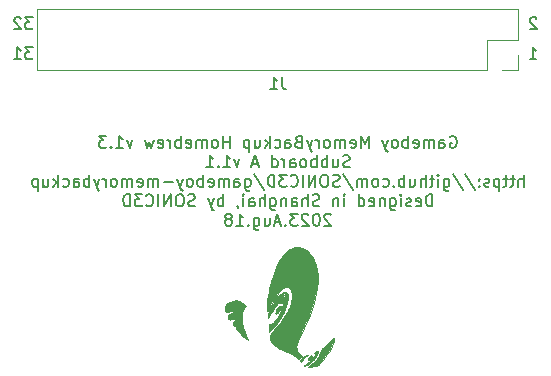
<source format=gbo>
%TF.GenerationSoftware,KiCad,Pcbnew,(5.1.10-1-10_14)*%
%TF.CreationDate,2023-08-18T21:43:18+08:00*%
%TF.ProjectId,GB_MemoryBackup_Subboard_A,47425f4d-656d-46f7-9279-4261636b7570,1.1*%
%TF.SameCoordinates,Original*%
%TF.FileFunction,Legend,Bot*%
%TF.FilePolarity,Positive*%
%FSLAX46Y46*%
G04 Gerber Fmt 4.6, Leading zero omitted, Abs format (unit mm)*
G04 Created by KiCad (PCBNEW (5.1.10-1-10_14)) date 2023-08-18 21:43:18*
%MOMM*%
%LPD*%
G01*
G04 APERTURE LIST*
%ADD10C,0.150000*%
%ADD11C,0.010000*%
%ADD12C,0.120000*%
G04 APERTURE END LIST*
D10*
X148764523Y-83272380D02*
X148145476Y-83272380D01*
X148478809Y-83653333D01*
X148335952Y-83653333D01*
X148240714Y-83700952D01*
X148193095Y-83748571D01*
X148145476Y-83843809D01*
X148145476Y-84081904D01*
X148193095Y-84177142D01*
X148240714Y-84224761D01*
X148335952Y-84272380D01*
X148621666Y-84272380D01*
X148716904Y-84224761D01*
X148764523Y-84177142D01*
X147764523Y-83367619D02*
X147716904Y-83320000D01*
X147621666Y-83272380D01*
X147383571Y-83272380D01*
X147288333Y-83320000D01*
X147240714Y-83367619D01*
X147193095Y-83462857D01*
X147193095Y-83558095D01*
X147240714Y-83700952D01*
X147812142Y-84272380D01*
X147193095Y-84272380D01*
X148764523Y-85812380D02*
X148145476Y-85812380D01*
X148478809Y-86193333D01*
X148335952Y-86193333D01*
X148240714Y-86240952D01*
X148193095Y-86288571D01*
X148145476Y-86383809D01*
X148145476Y-86621904D01*
X148193095Y-86717142D01*
X148240714Y-86764761D01*
X148335952Y-86812380D01*
X148621666Y-86812380D01*
X148716904Y-86764761D01*
X148764523Y-86717142D01*
X147193095Y-86812380D02*
X147764523Y-86812380D01*
X147478809Y-86812380D02*
X147478809Y-85812380D01*
X147574047Y-85955238D01*
X147669285Y-86050476D01*
X147764523Y-86098095D01*
X191420714Y-83367619D02*
X191373095Y-83320000D01*
X191277857Y-83272380D01*
X191039761Y-83272380D01*
X190944523Y-83320000D01*
X190896904Y-83367619D01*
X190849285Y-83462857D01*
X190849285Y-83558095D01*
X190896904Y-83700952D01*
X191468333Y-84272380D01*
X190849285Y-84272380D01*
X190849285Y-86812380D02*
X191420714Y-86812380D01*
X191135000Y-86812380D02*
X191135000Y-85812380D01*
X191230238Y-85955238D01*
X191325476Y-86050476D01*
X191420714Y-86098095D01*
X184116428Y-93355000D02*
X184211666Y-93307380D01*
X184354523Y-93307380D01*
X184497380Y-93355000D01*
X184592619Y-93450238D01*
X184640238Y-93545476D01*
X184687857Y-93735952D01*
X184687857Y-93878809D01*
X184640238Y-94069285D01*
X184592619Y-94164523D01*
X184497380Y-94259761D01*
X184354523Y-94307380D01*
X184259285Y-94307380D01*
X184116428Y-94259761D01*
X184068809Y-94212142D01*
X184068809Y-93878809D01*
X184259285Y-93878809D01*
X183211666Y-94307380D02*
X183211666Y-93783571D01*
X183259285Y-93688333D01*
X183354523Y-93640714D01*
X183545000Y-93640714D01*
X183640238Y-93688333D01*
X183211666Y-94259761D02*
X183306904Y-94307380D01*
X183545000Y-94307380D01*
X183640238Y-94259761D01*
X183687857Y-94164523D01*
X183687857Y-94069285D01*
X183640238Y-93974047D01*
X183545000Y-93926428D01*
X183306904Y-93926428D01*
X183211666Y-93878809D01*
X182735476Y-94307380D02*
X182735476Y-93640714D01*
X182735476Y-93735952D02*
X182687857Y-93688333D01*
X182592619Y-93640714D01*
X182449761Y-93640714D01*
X182354523Y-93688333D01*
X182306904Y-93783571D01*
X182306904Y-94307380D01*
X182306904Y-93783571D02*
X182259285Y-93688333D01*
X182164047Y-93640714D01*
X182021190Y-93640714D01*
X181925952Y-93688333D01*
X181878333Y-93783571D01*
X181878333Y-94307380D01*
X181021190Y-94259761D02*
X181116428Y-94307380D01*
X181306904Y-94307380D01*
X181402142Y-94259761D01*
X181449761Y-94164523D01*
X181449761Y-93783571D01*
X181402142Y-93688333D01*
X181306904Y-93640714D01*
X181116428Y-93640714D01*
X181021190Y-93688333D01*
X180973571Y-93783571D01*
X180973571Y-93878809D01*
X181449761Y-93974047D01*
X180545000Y-94307380D02*
X180545000Y-93307380D01*
X180545000Y-93688333D02*
X180449761Y-93640714D01*
X180259285Y-93640714D01*
X180164047Y-93688333D01*
X180116428Y-93735952D01*
X180068809Y-93831190D01*
X180068809Y-94116904D01*
X180116428Y-94212142D01*
X180164047Y-94259761D01*
X180259285Y-94307380D01*
X180449761Y-94307380D01*
X180545000Y-94259761D01*
X179497380Y-94307380D02*
X179592619Y-94259761D01*
X179640238Y-94212142D01*
X179687857Y-94116904D01*
X179687857Y-93831190D01*
X179640238Y-93735952D01*
X179592619Y-93688333D01*
X179497380Y-93640714D01*
X179354523Y-93640714D01*
X179259285Y-93688333D01*
X179211666Y-93735952D01*
X179164047Y-93831190D01*
X179164047Y-94116904D01*
X179211666Y-94212142D01*
X179259285Y-94259761D01*
X179354523Y-94307380D01*
X179497380Y-94307380D01*
X178830714Y-93640714D02*
X178592619Y-94307380D01*
X178354523Y-93640714D02*
X178592619Y-94307380D01*
X178687857Y-94545476D01*
X178735476Y-94593095D01*
X178830714Y-94640714D01*
X177211666Y-94307380D02*
X177211666Y-93307380D01*
X176878333Y-94021666D01*
X176545000Y-93307380D01*
X176545000Y-94307380D01*
X175687857Y-94259761D02*
X175783095Y-94307380D01*
X175973571Y-94307380D01*
X176068809Y-94259761D01*
X176116428Y-94164523D01*
X176116428Y-93783571D01*
X176068809Y-93688333D01*
X175973571Y-93640714D01*
X175783095Y-93640714D01*
X175687857Y-93688333D01*
X175640238Y-93783571D01*
X175640238Y-93878809D01*
X176116428Y-93974047D01*
X175211666Y-94307380D02*
X175211666Y-93640714D01*
X175211666Y-93735952D02*
X175164047Y-93688333D01*
X175068809Y-93640714D01*
X174925952Y-93640714D01*
X174830714Y-93688333D01*
X174783095Y-93783571D01*
X174783095Y-94307380D01*
X174783095Y-93783571D02*
X174735476Y-93688333D01*
X174640238Y-93640714D01*
X174497380Y-93640714D01*
X174402142Y-93688333D01*
X174354523Y-93783571D01*
X174354523Y-94307380D01*
X173735476Y-94307380D02*
X173830714Y-94259761D01*
X173878333Y-94212142D01*
X173925952Y-94116904D01*
X173925952Y-93831190D01*
X173878333Y-93735952D01*
X173830714Y-93688333D01*
X173735476Y-93640714D01*
X173592619Y-93640714D01*
X173497380Y-93688333D01*
X173449761Y-93735952D01*
X173402142Y-93831190D01*
X173402142Y-94116904D01*
X173449761Y-94212142D01*
X173497380Y-94259761D01*
X173592619Y-94307380D01*
X173735476Y-94307380D01*
X172973571Y-94307380D02*
X172973571Y-93640714D01*
X172973571Y-93831190D02*
X172925952Y-93735952D01*
X172878333Y-93688333D01*
X172783095Y-93640714D01*
X172687857Y-93640714D01*
X172449761Y-93640714D02*
X172211666Y-94307380D01*
X171973571Y-93640714D02*
X172211666Y-94307380D01*
X172306904Y-94545476D01*
X172354523Y-94593095D01*
X172449761Y-94640714D01*
X171259285Y-93783571D02*
X171116428Y-93831190D01*
X171068809Y-93878809D01*
X171021190Y-93974047D01*
X171021190Y-94116904D01*
X171068809Y-94212142D01*
X171116428Y-94259761D01*
X171211666Y-94307380D01*
X171592619Y-94307380D01*
X171592619Y-93307380D01*
X171259285Y-93307380D01*
X171164047Y-93355000D01*
X171116428Y-93402619D01*
X171068809Y-93497857D01*
X171068809Y-93593095D01*
X171116428Y-93688333D01*
X171164047Y-93735952D01*
X171259285Y-93783571D01*
X171592619Y-93783571D01*
X170164047Y-94307380D02*
X170164047Y-93783571D01*
X170211666Y-93688333D01*
X170306904Y-93640714D01*
X170497380Y-93640714D01*
X170592619Y-93688333D01*
X170164047Y-94259761D02*
X170259285Y-94307380D01*
X170497380Y-94307380D01*
X170592619Y-94259761D01*
X170640238Y-94164523D01*
X170640238Y-94069285D01*
X170592619Y-93974047D01*
X170497380Y-93926428D01*
X170259285Y-93926428D01*
X170164047Y-93878809D01*
X169259285Y-94259761D02*
X169354523Y-94307380D01*
X169545000Y-94307380D01*
X169640238Y-94259761D01*
X169687857Y-94212142D01*
X169735476Y-94116904D01*
X169735476Y-93831190D01*
X169687857Y-93735952D01*
X169640238Y-93688333D01*
X169545000Y-93640714D01*
X169354523Y-93640714D01*
X169259285Y-93688333D01*
X168830714Y-94307380D02*
X168830714Y-93307380D01*
X168735476Y-93926428D02*
X168449761Y-94307380D01*
X168449761Y-93640714D02*
X168830714Y-94021666D01*
X167592619Y-93640714D02*
X167592619Y-94307380D01*
X168021190Y-93640714D02*
X168021190Y-94164523D01*
X167973571Y-94259761D01*
X167878333Y-94307380D01*
X167735476Y-94307380D01*
X167640238Y-94259761D01*
X167592619Y-94212142D01*
X167116428Y-93640714D02*
X167116428Y-94640714D01*
X167116428Y-93688333D02*
X167021190Y-93640714D01*
X166830714Y-93640714D01*
X166735476Y-93688333D01*
X166687857Y-93735952D01*
X166640238Y-93831190D01*
X166640238Y-94116904D01*
X166687857Y-94212142D01*
X166735476Y-94259761D01*
X166830714Y-94307380D01*
X167021190Y-94307380D01*
X167116428Y-94259761D01*
X165449761Y-94307380D02*
X165449761Y-93307380D01*
X165449761Y-93783571D02*
X164878333Y-93783571D01*
X164878333Y-94307380D02*
X164878333Y-93307380D01*
X164259285Y-94307380D02*
X164354523Y-94259761D01*
X164402142Y-94212142D01*
X164449761Y-94116904D01*
X164449761Y-93831190D01*
X164402142Y-93735952D01*
X164354523Y-93688333D01*
X164259285Y-93640714D01*
X164116428Y-93640714D01*
X164021190Y-93688333D01*
X163973571Y-93735952D01*
X163925952Y-93831190D01*
X163925952Y-94116904D01*
X163973571Y-94212142D01*
X164021190Y-94259761D01*
X164116428Y-94307380D01*
X164259285Y-94307380D01*
X163497380Y-94307380D02*
X163497380Y-93640714D01*
X163497380Y-93735952D02*
X163449761Y-93688333D01*
X163354523Y-93640714D01*
X163211666Y-93640714D01*
X163116428Y-93688333D01*
X163068809Y-93783571D01*
X163068809Y-94307380D01*
X163068809Y-93783571D02*
X163021190Y-93688333D01*
X162925952Y-93640714D01*
X162783095Y-93640714D01*
X162687857Y-93688333D01*
X162640238Y-93783571D01*
X162640238Y-94307380D01*
X161783095Y-94259761D02*
X161878333Y-94307380D01*
X162068809Y-94307380D01*
X162164047Y-94259761D01*
X162211666Y-94164523D01*
X162211666Y-93783571D01*
X162164047Y-93688333D01*
X162068809Y-93640714D01*
X161878333Y-93640714D01*
X161783095Y-93688333D01*
X161735476Y-93783571D01*
X161735476Y-93878809D01*
X162211666Y-93974047D01*
X161306904Y-94307380D02*
X161306904Y-93307380D01*
X161306904Y-93688333D02*
X161211666Y-93640714D01*
X161021190Y-93640714D01*
X160925952Y-93688333D01*
X160878333Y-93735952D01*
X160830714Y-93831190D01*
X160830714Y-94116904D01*
X160878333Y-94212142D01*
X160925952Y-94259761D01*
X161021190Y-94307380D01*
X161211666Y-94307380D01*
X161306904Y-94259761D01*
X160402142Y-94307380D02*
X160402142Y-93640714D01*
X160402142Y-93831190D02*
X160354523Y-93735952D01*
X160306904Y-93688333D01*
X160211666Y-93640714D01*
X160116428Y-93640714D01*
X159402142Y-94259761D02*
X159497380Y-94307380D01*
X159687857Y-94307380D01*
X159783095Y-94259761D01*
X159830714Y-94164523D01*
X159830714Y-93783571D01*
X159783095Y-93688333D01*
X159687857Y-93640714D01*
X159497380Y-93640714D01*
X159402142Y-93688333D01*
X159354523Y-93783571D01*
X159354523Y-93878809D01*
X159830714Y-93974047D01*
X159021190Y-93640714D02*
X158830714Y-94307380D01*
X158640238Y-93831190D01*
X158449761Y-94307380D01*
X158259285Y-93640714D01*
X157211666Y-93640714D02*
X156973571Y-94307380D01*
X156735476Y-93640714D01*
X155830714Y-94307380D02*
X156402142Y-94307380D01*
X156116428Y-94307380D02*
X156116428Y-93307380D01*
X156211666Y-93450238D01*
X156306904Y-93545476D01*
X156402142Y-93593095D01*
X155402142Y-94212142D02*
X155354523Y-94259761D01*
X155402142Y-94307380D01*
X155449761Y-94259761D01*
X155402142Y-94212142D01*
X155402142Y-94307380D01*
X155021190Y-93307380D02*
X154402142Y-93307380D01*
X154735476Y-93688333D01*
X154592619Y-93688333D01*
X154497380Y-93735952D01*
X154449761Y-93783571D01*
X154402142Y-93878809D01*
X154402142Y-94116904D01*
X154449761Y-94212142D01*
X154497380Y-94259761D01*
X154592619Y-94307380D01*
X154878333Y-94307380D01*
X154973571Y-94259761D01*
X155021190Y-94212142D01*
X175616428Y-95909761D02*
X175473571Y-95957380D01*
X175235476Y-95957380D01*
X175140238Y-95909761D01*
X175092619Y-95862142D01*
X175045000Y-95766904D01*
X175045000Y-95671666D01*
X175092619Y-95576428D01*
X175140238Y-95528809D01*
X175235476Y-95481190D01*
X175425952Y-95433571D01*
X175521190Y-95385952D01*
X175568809Y-95338333D01*
X175616428Y-95243095D01*
X175616428Y-95147857D01*
X175568809Y-95052619D01*
X175521190Y-95005000D01*
X175425952Y-94957380D01*
X175187857Y-94957380D01*
X175045000Y-95005000D01*
X174187857Y-95290714D02*
X174187857Y-95957380D01*
X174616428Y-95290714D02*
X174616428Y-95814523D01*
X174568809Y-95909761D01*
X174473571Y-95957380D01*
X174330714Y-95957380D01*
X174235476Y-95909761D01*
X174187857Y-95862142D01*
X173711666Y-95957380D02*
X173711666Y-94957380D01*
X173711666Y-95338333D02*
X173616428Y-95290714D01*
X173425952Y-95290714D01*
X173330714Y-95338333D01*
X173283095Y-95385952D01*
X173235476Y-95481190D01*
X173235476Y-95766904D01*
X173283095Y-95862142D01*
X173330714Y-95909761D01*
X173425952Y-95957380D01*
X173616428Y-95957380D01*
X173711666Y-95909761D01*
X172806904Y-95957380D02*
X172806904Y-94957380D01*
X172806904Y-95338333D02*
X172711666Y-95290714D01*
X172521190Y-95290714D01*
X172425952Y-95338333D01*
X172378333Y-95385952D01*
X172330714Y-95481190D01*
X172330714Y-95766904D01*
X172378333Y-95862142D01*
X172425952Y-95909761D01*
X172521190Y-95957380D01*
X172711666Y-95957380D01*
X172806904Y-95909761D01*
X171759285Y-95957380D02*
X171854523Y-95909761D01*
X171902142Y-95862142D01*
X171949761Y-95766904D01*
X171949761Y-95481190D01*
X171902142Y-95385952D01*
X171854523Y-95338333D01*
X171759285Y-95290714D01*
X171616428Y-95290714D01*
X171521190Y-95338333D01*
X171473571Y-95385952D01*
X171425952Y-95481190D01*
X171425952Y-95766904D01*
X171473571Y-95862142D01*
X171521190Y-95909761D01*
X171616428Y-95957380D01*
X171759285Y-95957380D01*
X170568809Y-95957380D02*
X170568809Y-95433571D01*
X170616428Y-95338333D01*
X170711666Y-95290714D01*
X170902142Y-95290714D01*
X170997380Y-95338333D01*
X170568809Y-95909761D02*
X170664047Y-95957380D01*
X170902142Y-95957380D01*
X170997380Y-95909761D01*
X171045000Y-95814523D01*
X171045000Y-95719285D01*
X170997380Y-95624047D01*
X170902142Y-95576428D01*
X170664047Y-95576428D01*
X170568809Y-95528809D01*
X170092619Y-95957380D02*
X170092619Y-95290714D01*
X170092619Y-95481190D02*
X170045000Y-95385952D01*
X169997380Y-95338333D01*
X169902142Y-95290714D01*
X169806904Y-95290714D01*
X169045000Y-95957380D02*
X169045000Y-94957380D01*
X169045000Y-95909761D02*
X169140238Y-95957380D01*
X169330714Y-95957380D01*
X169425952Y-95909761D01*
X169473571Y-95862142D01*
X169521190Y-95766904D01*
X169521190Y-95481190D01*
X169473571Y-95385952D01*
X169425952Y-95338333D01*
X169330714Y-95290714D01*
X169140238Y-95290714D01*
X169045000Y-95338333D01*
X167854523Y-95671666D02*
X167378333Y-95671666D01*
X167949761Y-95957380D02*
X167616428Y-94957380D01*
X167283095Y-95957380D01*
X166283095Y-95290714D02*
X166045000Y-95957380D01*
X165806904Y-95290714D01*
X164902142Y-95957380D02*
X165473571Y-95957380D01*
X165187857Y-95957380D02*
X165187857Y-94957380D01*
X165283095Y-95100238D01*
X165378333Y-95195476D01*
X165473571Y-95243095D01*
X164473571Y-95862142D02*
X164425952Y-95909761D01*
X164473571Y-95957380D01*
X164521190Y-95909761D01*
X164473571Y-95862142D01*
X164473571Y-95957380D01*
X163473571Y-95957380D02*
X164045000Y-95957380D01*
X163759285Y-95957380D02*
X163759285Y-94957380D01*
X163854523Y-95100238D01*
X163949761Y-95195476D01*
X164045000Y-95243095D01*
X190330714Y-97607380D02*
X190330714Y-96607380D01*
X189902142Y-97607380D02*
X189902142Y-97083571D01*
X189949761Y-96988333D01*
X190045000Y-96940714D01*
X190187857Y-96940714D01*
X190283095Y-96988333D01*
X190330714Y-97035952D01*
X189568809Y-96940714D02*
X189187857Y-96940714D01*
X189425952Y-96607380D02*
X189425952Y-97464523D01*
X189378333Y-97559761D01*
X189283095Y-97607380D01*
X189187857Y-97607380D01*
X188997380Y-96940714D02*
X188616428Y-96940714D01*
X188854523Y-96607380D02*
X188854523Y-97464523D01*
X188806904Y-97559761D01*
X188711666Y-97607380D01*
X188616428Y-97607380D01*
X188283095Y-96940714D02*
X188283095Y-97940714D01*
X188283095Y-96988333D02*
X188187857Y-96940714D01*
X187997380Y-96940714D01*
X187902142Y-96988333D01*
X187854523Y-97035952D01*
X187806904Y-97131190D01*
X187806904Y-97416904D01*
X187854523Y-97512142D01*
X187902142Y-97559761D01*
X187997380Y-97607380D01*
X188187857Y-97607380D01*
X188283095Y-97559761D01*
X187425952Y-97559761D02*
X187330714Y-97607380D01*
X187140238Y-97607380D01*
X187045000Y-97559761D01*
X186997380Y-97464523D01*
X186997380Y-97416904D01*
X187045000Y-97321666D01*
X187140238Y-97274047D01*
X187283095Y-97274047D01*
X187378333Y-97226428D01*
X187425952Y-97131190D01*
X187425952Y-97083571D01*
X187378333Y-96988333D01*
X187283095Y-96940714D01*
X187140238Y-96940714D01*
X187045000Y-96988333D01*
X186568809Y-97512142D02*
X186521190Y-97559761D01*
X186568809Y-97607380D01*
X186616428Y-97559761D01*
X186568809Y-97512142D01*
X186568809Y-97607380D01*
X186568809Y-96988333D02*
X186521190Y-97035952D01*
X186568809Y-97083571D01*
X186616428Y-97035952D01*
X186568809Y-96988333D01*
X186568809Y-97083571D01*
X185378333Y-96559761D02*
X186235476Y-97845476D01*
X184330714Y-96559761D02*
X185187857Y-97845476D01*
X183568809Y-96940714D02*
X183568809Y-97750238D01*
X183616428Y-97845476D01*
X183664047Y-97893095D01*
X183759285Y-97940714D01*
X183902142Y-97940714D01*
X183997380Y-97893095D01*
X183568809Y-97559761D02*
X183664047Y-97607380D01*
X183854523Y-97607380D01*
X183949761Y-97559761D01*
X183997380Y-97512142D01*
X184045000Y-97416904D01*
X184045000Y-97131190D01*
X183997380Y-97035952D01*
X183949761Y-96988333D01*
X183854523Y-96940714D01*
X183664047Y-96940714D01*
X183568809Y-96988333D01*
X183092619Y-97607380D02*
X183092619Y-96940714D01*
X183092619Y-96607380D02*
X183140238Y-96655000D01*
X183092619Y-96702619D01*
X183045000Y-96655000D01*
X183092619Y-96607380D01*
X183092619Y-96702619D01*
X182759285Y-96940714D02*
X182378333Y-96940714D01*
X182616428Y-96607380D02*
X182616428Y-97464523D01*
X182568809Y-97559761D01*
X182473571Y-97607380D01*
X182378333Y-97607380D01*
X182045000Y-97607380D02*
X182045000Y-96607380D01*
X181616428Y-97607380D02*
X181616428Y-97083571D01*
X181664047Y-96988333D01*
X181759285Y-96940714D01*
X181902142Y-96940714D01*
X181997380Y-96988333D01*
X182045000Y-97035952D01*
X180711666Y-96940714D02*
X180711666Y-97607380D01*
X181140238Y-96940714D02*
X181140238Y-97464523D01*
X181092619Y-97559761D01*
X180997380Y-97607380D01*
X180854523Y-97607380D01*
X180759285Y-97559761D01*
X180711666Y-97512142D01*
X180235476Y-97607380D02*
X180235476Y-96607380D01*
X180235476Y-96988333D02*
X180140238Y-96940714D01*
X179949761Y-96940714D01*
X179854523Y-96988333D01*
X179806904Y-97035952D01*
X179759285Y-97131190D01*
X179759285Y-97416904D01*
X179806904Y-97512142D01*
X179854523Y-97559761D01*
X179949761Y-97607380D01*
X180140238Y-97607380D01*
X180235476Y-97559761D01*
X179330714Y-97512142D02*
X179283095Y-97559761D01*
X179330714Y-97607380D01*
X179378333Y-97559761D01*
X179330714Y-97512142D01*
X179330714Y-97607380D01*
X178425952Y-97559761D02*
X178521190Y-97607380D01*
X178711666Y-97607380D01*
X178806904Y-97559761D01*
X178854523Y-97512142D01*
X178902142Y-97416904D01*
X178902142Y-97131190D01*
X178854523Y-97035952D01*
X178806904Y-96988333D01*
X178711666Y-96940714D01*
X178521190Y-96940714D01*
X178425952Y-96988333D01*
X177854523Y-97607380D02*
X177949761Y-97559761D01*
X177997380Y-97512142D01*
X178045000Y-97416904D01*
X178045000Y-97131190D01*
X177997380Y-97035952D01*
X177949761Y-96988333D01*
X177854523Y-96940714D01*
X177711666Y-96940714D01*
X177616428Y-96988333D01*
X177568809Y-97035952D01*
X177521190Y-97131190D01*
X177521190Y-97416904D01*
X177568809Y-97512142D01*
X177616428Y-97559761D01*
X177711666Y-97607380D01*
X177854523Y-97607380D01*
X177092619Y-97607380D02*
X177092619Y-96940714D01*
X177092619Y-97035952D02*
X177045000Y-96988333D01*
X176949761Y-96940714D01*
X176806904Y-96940714D01*
X176711666Y-96988333D01*
X176664047Y-97083571D01*
X176664047Y-97607380D01*
X176664047Y-97083571D02*
X176616428Y-96988333D01*
X176521190Y-96940714D01*
X176378333Y-96940714D01*
X176283095Y-96988333D01*
X176235476Y-97083571D01*
X176235476Y-97607380D01*
X175045000Y-96559761D02*
X175902142Y-97845476D01*
X174759285Y-97559761D02*
X174616428Y-97607380D01*
X174378333Y-97607380D01*
X174283095Y-97559761D01*
X174235476Y-97512142D01*
X174187857Y-97416904D01*
X174187857Y-97321666D01*
X174235476Y-97226428D01*
X174283095Y-97178809D01*
X174378333Y-97131190D01*
X174568809Y-97083571D01*
X174664047Y-97035952D01*
X174711666Y-96988333D01*
X174759285Y-96893095D01*
X174759285Y-96797857D01*
X174711666Y-96702619D01*
X174664047Y-96655000D01*
X174568809Y-96607380D01*
X174330714Y-96607380D01*
X174187857Y-96655000D01*
X173568809Y-96607380D02*
X173378333Y-96607380D01*
X173283095Y-96655000D01*
X173187857Y-96750238D01*
X173140238Y-96940714D01*
X173140238Y-97274047D01*
X173187857Y-97464523D01*
X173283095Y-97559761D01*
X173378333Y-97607380D01*
X173568809Y-97607380D01*
X173664047Y-97559761D01*
X173759285Y-97464523D01*
X173806904Y-97274047D01*
X173806904Y-96940714D01*
X173759285Y-96750238D01*
X173664047Y-96655000D01*
X173568809Y-96607380D01*
X172711666Y-97607380D02*
X172711666Y-96607380D01*
X172140238Y-97607380D01*
X172140238Y-96607380D01*
X171664047Y-97607380D02*
X171664047Y-96607380D01*
X170616428Y-97512142D02*
X170664047Y-97559761D01*
X170806904Y-97607380D01*
X170902142Y-97607380D01*
X171045000Y-97559761D01*
X171140238Y-97464523D01*
X171187857Y-97369285D01*
X171235476Y-97178809D01*
X171235476Y-97035952D01*
X171187857Y-96845476D01*
X171140238Y-96750238D01*
X171045000Y-96655000D01*
X170902142Y-96607380D01*
X170806904Y-96607380D01*
X170664047Y-96655000D01*
X170616428Y-96702619D01*
X170283095Y-96607380D02*
X169664047Y-96607380D01*
X169997380Y-96988333D01*
X169854523Y-96988333D01*
X169759285Y-97035952D01*
X169711666Y-97083571D01*
X169664047Y-97178809D01*
X169664047Y-97416904D01*
X169711666Y-97512142D01*
X169759285Y-97559761D01*
X169854523Y-97607380D01*
X170140238Y-97607380D01*
X170235476Y-97559761D01*
X170283095Y-97512142D01*
X169235476Y-97607380D02*
X169235476Y-96607380D01*
X168997380Y-96607380D01*
X168854523Y-96655000D01*
X168759285Y-96750238D01*
X168711666Y-96845476D01*
X168664047Y-97035952D01*
X168664047Y-97178809D01*
X168711666Y-97369285D01*
X168759285Y-97464523D01*
X168854523Y-97559761D01*
X168997380Y-97607380D01*
X169235476Y-97607380D01*
X167521190Y-96559761D02*
X168378333Y-97845476D01*
X166759285Y-96940714D02*
X166759285Y-97750238D01*
X166806904Y-97845476D01*
X166854523Y-97893095D01*
X166949761Y-97940714D01*
X167092619Y-97940714D01*
X167187857Y-97893095D01*
X166759285Y-97559761D02*
X166854523Y-97607380D01*
X167045000Y-97607380D01*
X167140238Y-97559761D01*
X167187857Y-97512142D01*
X167235476Y-97416904D01*
X167235476Y-97131190D01*
X167187857Y-97035952D01*
X167140238Y-96988333D01*
X167045000Y-96940714D01*
X166854523Y-96940714D01*
X166759285Y-96988333D01*
X165854523Y-97607380D02*
X165854523Y-97083571D01*
X165902142Y-96988333D01*
X165997380Y-96940714D01*
X166187857Y-96940714D01*
X166283095Y-96988333D01*
X165854523Y-97559761D02*
X165949761Y-97607380D01*
X166187857Y-97607380D01*
X166283095Y-97559761D01*
X166330714Y-97464523D01*
X166330714Y-97369285D01*
X166283095Y-97274047D01*
X166187857Y-97226428D01*
X165949761Y-97226428D01*
X165854523Y-97178809D01*
X165378333Y-97607380D02*
X165378333Y-96940714D01*
X165378333Y-97035952D02*
X165330714Y-96988333D01*
X165235476Y-96940714D01*
X165092619Y-96940714D01*
X164997380Y-96988333D01*
X164949761Y-97083571D01*
X164949761Y-97607380D01*
X164949761Y-97083571D02*
X164902142Y-96988333D01*
X164806904Y-96940714D01*
X164664047Y-96940714D01*
X164568809Y-96988333D01*
X164521190Y-97083571D01*
X164521190Y-97607380D01*
X163664047Y-97559761D02*
X163759285Y-97607380D01*
X163949761Y-97607380D01*
X164045000Y-97559761D01*
X164092619Y-97464523D01*
X164092619Y-97083571D01*
X164045000Y-96988333D01*
X163949761Y-96940714D01*
X163759285Y-96940714D01*
X163664047Y-96988333D01*
X163616428Y-97083571D01*
X163616428Y-97178809D01*
X164092619Y-97274047D01*
X163187857Y-97607380D02*
X163187857Y-96607380D01*
X163187857Y-96988333D02*
X163092619Y-96940714D01*
X162902142Y-96940714D01*
X162806904Y-96988333D01*
X162759285Y-97035952D01*
X162711666Y-97131190D01*
X162711666Y-97416904D01*
X162759285Y-97512142D01*
X162806904Y-97559761D01*
X162902142Y-97607380D01*
X163092619Y-97607380D01*
X163187857Y-97559761D01*
X162140238Y-97607380D02*
X162235476Y-97559761D01*
X162283095Y-97512142D01*
X162330714Y-97416904D01*
X162330714Y-97131190D01*
X162283095Y-97035952D01*
X162235476Y-96988333D01*
X162140238Y-96940714D01*
X161997380Y-96940714D01*
X161902142Y-96988333D01*
X161854523Y-97035952D01*
X161806904Y-97131190D01*
X161806904Y-97416904D01*
X161854523Y-97512142D01*
X161902142Y-97559761D01*
X161997380Y-97607380D01*
X162140238Y-97607380D01*
X161473571Y-96940714D02*
X161235476Y-97607380D01*
X160997380Y-96940714D02*
X161235476Y-97607380D01*
X161330714Y-97845476D01*
X161378333Y-97893095D01*
X161473571Y-97940714D01*
X160616428Y-97226428D02*
X159854523Y-97226428D01*
X159378333Y-97607380D02*
X159378333Y-96940714D01*
X159378333Y-97035952D02*
X159330714Y-96988333D01*
X159235476Y-96940714D01*
X159092619Y-96940714D01*
X158997380Y-96988333D01*
X158949761Y-97083571D01*
X158949761Y-97607380D01*
X158949761Y-97083571D02*
X158902142Y-96988333D01*
X158806904Y-96940714D01*
X158664047Y-96940714D01*
X158568809Y-96988333D01*
X158521190Y-97083571D01*
X158521190Y-97607380D01*
X157664047Y-97559761D02*
X157759285Y-97607380D01*
X157949761Y-97607380D01*
X158045000Y-97559761D01*
X158092619Y-97464523D01*
X158092619Y-97083571D01*
X158045000Y-96988333D01*
X157949761Y-96940714D01*
X157759285Y-96940714D01*
X157664047Y-96988333D01*
X157616428Y-97083571D01*
X157616428Y-97178809D01*
X158092619Y-97274047D01*
X157187857Y-97607380D02*
X157187857Y-96940714D01*
X157187857Y-97035952D02*
X157140238Y-96988333D01*
X157045000Y-96940714D01*
X156902142Y-96940714D01*
X156806904Y-96988333D01*
X156759285Y-97083571D01*
X156759285Y-97607380D01*
X156759285Y-97083571D02*
X156711666Y-96988333D01*
X156616428Y-96940714D01*
X156473571Y-96940714D01*
X156378333Y-96988333D01*
X156330714Y-97083571D01*
X156330714Y-97607380D01*
X155711666Y-97607380D02*
X155806904Y-97559761D01*
X155854523Y-97512142D01*
X155902142Y-97416904D01*
X155902142Y-97131190D01*
X155854523Y-97035952D01*
X155806904Y-96988333D01*
X155711666Y-96940714D01*
X155568809Y-96940714D01*
X155473571Y-96988333D01*
X155425952Y-97035952D01*
X155378333Y-97131190D01*
X155378333Y-97416904D01*
X155425952Y-97512142D01*
X155473571Y-97559761D01*
X155568809Y-97607380D01*
X155711666Y-97607380D01*
X154949761Y-97607380D02*
X154949761Y-96940714D01*
X154949761Y-97131190D02*
X154902142Y-97035952D01*
X154854523Y-96988333D01*
X154759285Y-96940714D01*
X154664047Y-96940714D01*
X154425952Y-96940714D02*
X154187857Y-97607380D01*
X153949761Y-96940714D02*
X154187857Y-97607380D01*
X154283095Y-97845476D01*
X154330714Y-97893095D01*
X154425952Y-97940714D01*
X153568809Y-97607380D02*
X153568809Y-96607380D01*
X153568809Y-96988333D02*
X153473571Y-96940714D01*
X153283095Y-96940714D01*
X153187857Y-96988333D01*
X153140238Y-97035952D01*
X153092619Y-97131190D01*
X153092619Y-97416904D01*
X153140238Y-97512142D01*
X153187857Y-97559761D01*
X153283095Y-97607380D01*
X153473571Y-97607380D01*
X153568809Y-97559761D01*
X152235476Y-97607380D02*
X152235476Y-97083571D01*
X152283095Y-96988333D01*
X152378333Y-96940714D01*
X152568809Y-96940714D01*
X152664047Y-96988333D01*
X152235476Y-97559761D02*
X152330714Y-97607380D01*
X152568809Y-97607380D01*
X152664047Y-97559761D01*
X152711666Y-97464523D01*
X152711666Y-97369285D01*
X152664047Y-97274047D01*
X152568809Y-97226428D01*
X152330714Y-97226428D01*
X152235476Y-97178809D01*
X151330714Y-97559761D02*
X151425952Y-97607380D01*
X151616428Y-97607380D01*
X151711666Y-97559761D01*
X151759285Y-97512142D01*
X151806904Y-97416904D01*
X151806904Y-97131190D01*
X151759285Y-97035952D01*
X151711666Y-96988333D01*
X151616428Y-96940714D01*
X151425952Y-96940714D01*
X151330714Y-96988333D01*
X150902142Y-97607380D02*
X150902142Y-96607380D01*
X150806904Y-97226428D02*
X150521190Y-97607380D01*
X150521190Y-96940714D02*
X150902142Y-97321666D01*
X149664047Y-96940714D02*
X149664047Y-97607380D01*
X150092619Y-96940714D02*
X150092619Y-97464523D01*
X150045000Y-97559761D01*
X149949761Y-97607380D01*
X149806904Y-97607380D01*
X149711666Y-97559761D01*
X149664047Y-97512142D01*
X149187857Y-96940714D02*
X149187857Y-97940714D01*
X149187857Y-96988333D02*
X149092619Y-96940714D01*
X148902142Y-96940714D01*
X148806904Y-96988333D01*
X148759285Y-97035952D01*
X148711666Y-97131190D01*
X148711666Y-97416904D01*
X148759285Y-97512142D01*
X148806904Y-97559761D01*
X148902142Y-97607380D01*
X149092619Y-97607380D01*
X149187857Y-97559761D01*
X182616428Y-99257380D02*
X182616428Y-98257380D01*
X182378333Y-98257380D01*
X182235476Y-98305000D01*
X182140238Y-98400238D01*
X182092619Y-98495476D01*
X182045000Y-98685952D01*
X182045000Y-98828809D01*
X182092619Y-99019285D01*
X182140238Y-99114523D01*
X182235476Y-99209761D01*
X182378333Y-99257380D01*
X182616428Y-99257380D01*
X181235476Y-99209761D02*
X181330714Y-99257380D01*
X181521190Y-99257380D01*
X181616428Y-99209761D01*
X181664047Y-99114523D01*
X181664047Y-98733571D01*
X181616428Y-98638333D01*
X181521190Y-98590714D01*
X181330714Y-98590714D01*
X181235476Y-98638333D01*
X181187857Y-98733571D01*
X181187857Y-98828809D01*
X181664047Y-98924047D01*
X180806904Y-99209761D02*
X180711666Y-99257380D01*
X180521190Y-99257380D01*
X180425952Y-99209761D01*
X180378333Y-99114523D01*
X180378333Y-99066904D01*
X180425952Y-98971666D01*
X180521190Y-98924047D01*
X180664047Y-98924047D01*
X180759285Y-98876428D01*
X180806904Y-98781190D01*
X180806904Y-98733571D01*
X180759285Y-98638333D01*
X180664047Y-98590714D01*
X180521190Y-98590714D01*
X180425952Y-98638333D01*
X179949761Y-99257380D02*
X179949761Y-98590714D01*
X179949761Y-98257380D02*
X179997380Y-98305000D01*
X179949761Y-98352619D01*
X179902142Y-98305000D01*
X179949761Y-98257380D01*
X179949761Y-98352619D01*
X179044999Y-98590714D02*
X179044999Y-99400238D01*
X179092619Y-99495476D01*
X179140238Y-99543095D01*
X179235476Y-99590714D01*
X179378333Y-99590714D01*
X179473571Y-99543095D01*
X179044999Y-99209761D02*
X179140238Y-99257380D01*
X179330714Y-99257380D01*
X179425952Y-99209761D01*
X179473571Y-99162142D01*
X179521190Y-99066904D01*
X179521190Y-98781190D01*
X179473571Y-98685952D01*
X179425952Y-98638333D01*
X179330714Y-98590714D01*
X179140238Y-98590714D01*
X179044999Y-98638333D01*
X178568809Y-98590714D02*
X178568809Y-99257380D01*
X178568809Y-98685952D02*
X178521190Y-98638333D01*
X178425952Y-98590714D01*
X178283095Y-98590714D01*
X178187857Y-98638333D01*
X178140238Y-98733571D01*
X178140238Y-99257380D01*
X177283095Y-99209761D02*
X177378333Y-99257380D01*
X177568809Y-99257380D01*
X177664047Y-99209761D01*
X177711666Y-99114523D01*
X177711666Y-98733571D01*
X177664047Y-98638333D01*
X177568809Y-98590714D01*
X177378333Y-98590714D01*
X177283095Y-98638333D01*
X177235476Y-98733571D01*
X177235476Y-98828809D01*
X177711666Y-98924047D01*
X176378333Y-99257380D02*
X176378333Y-98257380D01*
X176378333Y-99209761D02*
X176473571Y-99257380D01*
X176664047Y-99257380D01*
X176759285Y-99209761D01*
X176806904Y-99162142D01*
X176854523Y-99066904D01*
X176854523Y-98781190D01*
X176806904Y-98685952D01*
X176759285Y-98638333D01*
X176664047Y-98590714D01*
X176473571Y-98590714D01*
X176378333Y-98638333D01*
X175140238Y-99257380D02*
X175140238Y-98590714D01*
X175140238Y-98257380D02*
X175187857Y-98305000D01*
X175140238Y-98352619D01*
X175092619Y-98305000D01*
X175140238Y-98257380D01*
X175140238Y-98352619D01*
X174664047Y-98590714D02*
X174664047Y-99257380D01*
X174664047Y-98685952D02*
X174616428Y-98638333D01*
X174521190Y-98590714D01*
X174378333Y-98590714D01*
X174283095Y-98638333D01*
X174235476Y-98733571D01*
X174235476Y-99257380D01*
X173045000Y-99209761D02*
X172902142Y-99257380D01*
X172664047Y-99257380D01*
X172568809Y-99209761D01*
X172521190Y-99162142D01*
X172473571Y-99066904D01*
X172473571Y-98971666D01*
X172521190Y-98876428D01*
X172568809Y-98828809D01*
X172664047Y-98781190D01*
X172854523Y-98733571D01*
X172949761Y-98685952D01*
X172997380Y-98638333D01*
X173045000Y-98543095D01*
X173045000Y-98447857D01*
X172997380Y-98352619D01*
X172949761Y-98305000D01*
X172854523Y-98257380D01*
X172616428Y-98257380D01*
X172473571Y-98305000D01*
X172045000Y-99257380D02*
X172045000Y-98257380D01*
X171616428Y-99257380D02*
X171616428Y-98733571D01*
X171664047Y-98638333D01*
X171759285Y-98590714D01*
X171902142Y-98590714D01*
X171997380Y-98638333D01*
X172045000Y-98685952D01*
X170711666Y-99257380D02*
X170711666Y-98733571D01*
X170759285Y-98638333D01*
X170854523Y-98590714D01*
X171045000Y-98590714D01*
X171140238Y-98638333D01*
X170711666Y-99209761D02*
X170806904Y-99257380D01*
X171045000Y-99257380D01*
X171140238Y-99209761D01*
X171187857Y-99114523D01*
X171187857Y-99019285D01*
X171140238Y-98924047D01*
X171045000Y-98876428D01*
X170806904Y-98876428D01*
X170711666Y-98828809D01*
X170235476Y-98590714D02*
X170235476Y-99257380D01*
X170235476Y-98685952D02*
X170187857Y-98638333D01*
X170092619Y-98590714D01*
X169949761Y-98590714D01*
X169854523Y-98638333D01*
X169806904Y-98733571D01*
X169806904Y-99257380D01*
X168902142Y-98590714D02*
X168902142Y-99400238D01*
X168949761Y-99495476D01*
X168997380Y-99543095D01*
X169092619Y-99590714D01*
X169235476Y-99590714D01*
X169330714Y-99543095D01*
X168902142Y-99209761D02*
X168997380Y-99257380D01*
X169187857Y-99257380D01*
X169283095Y-99209761D01*
X169330714Y-99162142D01*
X169378333Y-99066904D01*
X169378333Y-98781190D01*
X169330714Y-98685952D01*
X169283095Y-98638333D01*
X169187857Y-98590714D01*
X168997380Y-98590714D01*
X168902142Y-98638333D01*
X168425952Y-99257380D02*
X168425952Y-98257380D01*
X167997380Y-99257380D02*
X167997380Y-98733571D01*
X168045000Y-98638333D01*
X168140238Y-98590714D01*
X168283095Y-98590714D01*
X168378333Y-98638333D01*
X168425952Y-98685952D01*
X167092619Y-99257380D02*
X167092619Y-98733571D01*
X167140238Y-98638333D01*
X167235476Y-98590714D01*
X167425952Y-98590714D01*
X167521190Y-98638333D01*
X167092619Y-99209761D02*
X167187857Y-99257380D01*
X167425952Y-99257380D01*
X167521190Y-99209761D01*
X167568809Y-99114523D01*
X167568809Y-99019285D01*
X167521190Y-98924047D01*
X167425952Y-98876428D01*
X167187857Y-98876428D01*
X167092619Y-98828809D01*
X166616428Y-99257380D02*
X166616428Y-98590714D01*
X166616428Y-98257380D02*
X166664047Y-98305000D01*
X166616428Y-98352619D01*
X166568809Y-98305000D01*
X166616428Y-98257380D01*
X166616428Y-98352619D01*
X166092619Y-99209761D02*
X166092619Y-99257380D01*
X166140238Y-99352619D01*
X166187857Y-99400238D01*
X164902142Y-99257380D02*
X164902142Y-98257380D01*
X164902142Y-98638333D02*
X164806904Y-98590714D01*
X164616428Y-98590714D01*
X164521190Y-98638333D01*
X164473571Y-98685952D01*
X164425952Y-98781190D01*
X164425952Y-99066904D01*
X164473571Y-99162142D01*
X164521190Y-99209761D01*
X164616428Y-99257380D01*
X164806904Y-99257380D01*
X164902142Y-99209761D01*
X164092619Y-98590714D02*
X163854523Y-99257380D01*
X163616428Y-98590714D02*
X163854523Y-99257380D01*
X163949761Y-99495476D01*
X163997380Y-99543095D01*
X164092619Y-99590714D01*
X162521190Y-99209761D02*
X162378333Y-99257380D01*
X162140238Y-99257380D01*
X162045000Y-99209761D01*
X161997380Y-99162142D01*
X161949761Y-99066904D01*
X161949761Y-98971666D01*
X161997380Y-98876428D01*
X162045000Y-98828809D01*
X162140238Y-98781190D01*
X162330714Y-98733571D01*
X162425952Y-98685952D01*
X162473571Y-98638333D01*
X162521190Y-98543095D01*
X162521190Y-98447857D01*
X162473571Y-98352619D01*
X162425952Y-98305000D01*
X162330714Y-98257380D01*
X162092619Y-98257380D01*
X161949761Y-98305000D01*
X161330714Y-98257380D02*
X161140238Y-98257380D01*
X161045000Y-98305000D01*
X160949761Y-98400238D01*
X160902142Y-98590714D01*
X160902142Y-98924047D01*
X160949761Y-99114523D01*
X161045000Y-99209761D01*
X161140238Y-99257380D01*
X161330714Y-99257380D01*
X161425952Y-99209761D01*
X161521190Y-99114523D01*
X161568809Y-98924047D01*
X161568809Y-98590714D01*
X161521190Y-98400238D01*
X161425952Y-98305000D01*
X161330714Y-98257380D01*
X160473571Y-99257380D02*
X160473571Y-98257380D01*
X159902142Y-99257380D01*
X159902142Y-98257380D01*
X159425952Y-99257380D02*
X159425952Y-98257380D01*
X158378333Y-99162142D02*
X158425952Y-99209761D01*
X158568809Y-99257380D01*
X158664047Y-99257380D01*
X158806904Y-99209761D01*
X158902142Y-99114523D01*
X158949761Y-99019285D01*
X158997380Y-98828809D01*
X158997380Y-98685952D01*
X158949761Y-98495476D01*
X158902142Y-98400238D01*
X158806904Y-98305000D01*
X158664047Y-98257380D01*
X158568809Y-98257380D01*
X158425952Y-98305000D01*
X158378333Y-98352619D01*
X158045000Y-98257380D02*
X157425952Y-98257380D01*
X157759285Y-98638333D01*
X157616428Y-98638333D01*
X157521190Y-98685952D01*
X157473571Y-98733571D01*
X157425952Y-98828809D01*
X157425952Y-99066904D01*
X157473571Y-99162142D01*
X157521190Y-99209761D01*
X157616428Y-99257380D01*
X157902142Y-99257380D01*
X157997380Y-99209761D01*
X158045000Y-99162142D01*
X156997380Y-99257380D02*
X156997380Y-98257380D01*
X156759285Y-98257380D01*
X156616428Y-98305000D01*
X156521190Y-98400238D01*
X156473571Y-98495476D01*
X156425952Y-98685952D01*
X156425952Y-98828809D01*
X156473571Y-99019285D01*
X156521190Y-99114523D01*
X156616428Y-99209761D01*
X156759285Y-99257380D01*
X156997380Y-99257380D01*
X174021190Y-100002619D02*
X173973571Y-99955000D01*
X173878333Y-99907380D01*
X173640238Y-99907380D01*
X173545000Y-99955000D01*
X173497380Y-100002619D01*
X173449761Y-100097857D01*
X173449761Y-100193095D01*
X173497380Y-100335952D01*
X174068809Y-100907380D01*
X173449761Y-100907380D01*
X172830714Y-99907380D02*
X172735476Y-99907380D01*
X172640238Y-99955000D01*
X172592619Y-100002619D01*
X172545000Y-100097857D01*
X172497380Y-100288333D01*
X172497380Y-100526428D01*
X172545000Y-100716904D01*
X172592619Y-100812142D01*
X172640238Y-100859761D01*
X172735476Y-100907380D01*
X172830714Y-100907380D01*
X172925952Y-100859761D01*
X172973571Y-100812142D01*
X173021190Y-100716904D01*
X173068809Y-100526428D01*
X173068809Y-100288333D01*
X173021190Y-100097857D01*
X172973571Y-100002619D01*
X172925952Y-99955000D01*
X172830714Y-99907380D01*
X172116428Y-100002619D02*
X172068809Y-99955000D01*
X171973571Y-99907380D01*
X171735476Y-99907380D01*
X171640238Y-99955000D01*
X171592619Y-100002619D01*
X171545000Y-100097857D01*
X171545000Y-100193095D01*
X171592619Y-100335952D01*
X172164047Y-100907380D01*
X171545000Y-100907380D01*
X171211666Y-99907380D02*
X170592619Y-99907380D01*
X170925952Y-100288333D01*
X170783095Y-100288333D01*
X170687857Y-100335952D01*
X170640238Y-100383571D01*
X170592619Y-100478809D01*
X170592619Y-100716904D01*
X170640238Y-100812142D01*
X170687857Y-100859761D01*
X170783095Y-100907380D01*
X171068809Y-100907380D01*
X171164047Y-100859761D01*
X171211666Y-100812142D01*
X170164047Y-100812142D02*
X170116428Y-100859761D01*
X170164047Y-100907380D01*
X170211666Y-100859761D01*
X170164047Y-100812142D01*
X170164047Y-100907380D01*
X169735476Y-100621666D02*
X169259285Y-100621666D01*
X169830714Y-100907380D02*
X169497380Y-99907380D01*
X169164047Y-100907380D01*
X168402142Y-100240714D02*
X168402142Y-100907380D01*
X168830714Y-100240714D02*
X168830714Y-100764523D01*
X168783095Y-100859761D01*
X168687857Y-100907380D01*
X168545000Y-100907380D01*
X168449761Y-100859761D01*
X168402142Y-100812142D01*
X167497380Y-100240714D02*
X167497380Y-101050238D01*
X167545000Y-101145476D01*
X167592619Y-101193095D01*
X167687857Y-101240714D01*
X167830714Y-101240714D01*
X167925952Y-101193095D01*
X167497380Y-100859761D02*
X167592619Y-100907380D01*
X167783095Y-100907380D01*
X167878333Y-100859761D01*
X167925952Y-100812142D01*
X167973571Y-100716904D01*
X167973571Y-100431190D01*
X167925952Y-100335952D01*
X167878333Y-100288333D01*
X167783095Y-100240714D01*
X167592619Y-100240714D01*
X167497380Y-100288333D01*
X167021190Y-100812142D02*
X166973571Y-100859761D01*
X167021190Y-100907380D01*
X167068809Y-100859761D01*
X167021190Y-100812142D01*
X167021190Y-100907380D01*
X166021190Y-100907380D02*
X166592619Y-100907380D01*
X166306904Y-100907380D02*
X166306904Y-99907380D01*
X166402142Y-100050238D01*
X166497380Y-100145476D01*
X166592619Y-100193095D01*
X165449761Y-100335952D02*
X165545000Y-100288333D01*
X165592619Y-100240714D01*
X165640238Y-100145476D01*
X165640238Y-100097857D01*
X165592619Y-100002619D01*
X165545000Y-99955000D01*
X165449761Y-99907380D01*
X165259285Y-99907380D01*
X165164047Y-99955000D01*
X165116428Y-100002619D01*
X165068809Y-100097857D01*
X165068809Y-100145476D01*
X165116428Y-100240714D01*
X165164047Y-100288333D01*
X165259285Y-100335952D01*
X165449761Y-100335952D01*
X165545000Y-100383571D01*
X165592619Y-100431190D01*
X165640238Y-100526428D01*
X165640238Y-100716904D01*
X165592619Y-100812142D01*
X165545000Y-100859761D01*
X165449761Y-100907380D01*
X165259285Y-100907380D01*
X165164047Y-100859761D01*
X165116428Y-100812142D01*
X165068809Y-100716904D01*
X165068809Y-100526428D01*
X165116428Y-100431190D01*
X165164047Y-100383571D01*
X165259285Y-100335952D01*
D11*
%TO.C,G\u002A\u002A\u002A*%
G36*
X169741389Y-106815286D02*
G01*
X169696316Y-106835532D01*
X169694761Y-106861118D01*
X169714389Y-106897625D01*
X169740426Y-106885471D01*
X169765763Y-106856417D01*
X169784859Y-106821521D01*
X169749973Y-106814727D01*
X169741389Y-106815286D01*
G37*
X169741389Y-106815286D02*
X169696316Y-106835532D01*
X169694761Y-106861118D01*
X169714389Y-106897625D01*
X169740426Y-106885471D01*
X169765763Y-106856417D01*
X169784859Y-106821521D01*
X169749973Y-106814727D01*
X169741389Y-106815286D01*
G36*
X169037923Y-107815410D02*
G01*
X169037000Y-107823000D01*
X169061161Y-107853827D01*
X169068750Y-107854750D01*
X169099578Y-107830589D01*
X169100500Y-107823000D01*
X169076340Y-107792172D01*
X169068750Y-107791250D01*
X169037923Y-107815410D01*
G37*
X169037923Y-107815410D02*
X169037000Y-107823000D01*
X169061161Y-107853827D01*
X169068750Y-107854750D01*
X169099578Y-107830589D01*
X169100500Y-107823000D01*
X169076340Y-107792172D01*
X169068750Y-107791250D01*
X169037923Y-107815410D01*
G36*
X169200656Y-109232843D02*
G01*
X169166571Y-109264812D01*
X169173563Y-109283190D01*
X169178002Y-109283500D01*
X169204856Y-109260948D01*
X169214657Y-109246844D01*
X169218400Y-109225117D01*
X169200656Y-109232843D01*
G37*
X169200656Y-109232843D02*
X169166571Y-109264812D01*
X169173563Y-109283190D01*
X169178002Y-109283500D01*
X169204856Y-109260948D01*
X169214657Y-109246844D01*
X169218400Y-109225117D01*
X169200656Y-109232843D01*
G36*
X170309474Y-106671959D02*
G01*
X170309718Y-106680000D01*
X170323384Y-106748065D01*
X170338750Y-106791125D01*
X170366037Y-106854625D01*
X170367783Y-106791125D01*
X170354185Y-106713180D01*
X170338750Y-106680000D01*
X170314266Y-106648396D01*
X170309474Y-106671959D01*
G37*
X170309474Y-106671959D02*
X170309718Y-106680000D01*
X170323384Y-106748065D01*
X170338750Y-106791125D01*
X170366037Y-106854625D01*
X170367783Y-106791125D01*
X170354185Y-106713180D01*
X170338750Y-106680000D01*
X170314266Y-106648396D01*
X170309474Y-106671959D01*
G36*
X169894250Y-106886375D02*
G01*
X169910125Y-106902250D01*
X169926000Y-106886375D01*
X169910125Y-106870500D01*
X169894250Y-106886375D01*
G37*
X169894250Y-106886375D02*
X169910125Y-106902250D01*
X169926000Y-106886375D01*
X169910125Y-106870500D01*
X169894250Y-106886375D01*
G36*
X169577189Y-107118017D02*
G01*
X169565269Y-107140375D01*
X169552917Y-107180405D01*
X169553934Y-107185493D01*
X169584968Y-107173243D01*
X169600563Y-107166972D01*
X169635285Y-107135561D01*
X169634628Y-107101938D01*
X169611897Y-107092750D01*
X169577189Y-107118017D01*
G37*
X169577189Y-107118017D02*
X169565269Y-107140375D01*
X169552917Y-107180405D01*
X169553934Y-107185493D01*
X169584968Y-107173243D01*
X169600563Y-107166972D01*
X169635285Y-107135561D01*
X169634628Y-107101938D01*
X169611897Y-107092750D01*
X169577189Y-107118017D01*
G36*
X170061463Y-107266533D02*
G01*
X170053000Y-107283250D01*
X170057877Y-107310973D01*
X170085362Y-107302728D01*
X170116500Y-107283250D01*
X170145689Y-107258644D01*
X170115681Y-107252088D01*
X170108563Y-107251986D01*
X170061463Y-107266533D01*
G37*
X170061463Y-107266533D02*
X170053000Y-107283250D01*
X170057877Y-107310973D01*
X170085362Y-107302728D01*
X170116500Y-107283250D01*
X170145689Y-107258644D01*
X170115681Y-107252088D01*
X170108563Y-107251986D01*
X170061463Y-107266533D01*
G36*
X169676913Y-107244637D02*
G01*
X169629734Y-107269650D01*
X169598025Y-107265053D01*
X169553956Y-107262153D01*
X169545000Y-107276150D01*
X169571063Y-107307365D01*
X169626514Y-107328261D01*
X169677244Y-107327717D01*
X169686037Y-107322130D01*
X169701630Y-107278294D01*
X169703264Y-107254145D01*
X169696284Y-107223315D01*
X169676913Y-107244637D01*
G37*
X169676913Y-107244637D02*
X169629734Y-107269650D01*
X169598025Y-107265053D01*
X169553956Y-107262153D01*
X169545000Y-107276150D01*
X169571063Y-107307365D01*
X169626514Y-107328261D01*
X169677244Y-107327717D01*
X169686037Y-107322130D01*
X169701630Y-107278294D01*
X169703264Y-107254145D01*
X169696284Y-107223315D01*
X169676913Y-107244637D01*
G36*
X170029543Y-107359624D02*
G01*
X170025513Y-107393884D01*
X170059151Y-107420766D01*
X170101642Y-107421341D01*
X170141793Y-107423287D01*
X170148250Y-107438603D01*
X170170466Y-107472121D01*
X170180000Y-107473750D01*
X170210705Y-107449482D01*
X170211750Y-107441214D01*
X170185954Y-107409729D01*
X170127688Y-107377278D01*
X170065637Y-107356707D01*
X170029543Y-107359624D01*
G37*
X170029543Y-107359624D02*
X170025513Y-107393884D01*
X170059151Y-107420766D01*
X170101642Y-107421341D01*
X170141793Y-107423287D01*
X170148250Y-107438603D01*
X170170466Y-107472121D01*
X170180000Y-107473750D01*
X170210705Y-107449482D01*
X170211750Y-107441214D01*
X170185954Y-107409729D01*
X170127688Y-107377278D01*
X170065637Y-107356707D01*
X170029543Y-107359624D01*
G36*
X169992498Y-106516629D02*
G01*
X169930799Y-106544059D01*
X169856504Y-106590844D01*
X169764853Y-106664983D01*
X169668746Y-106753729D01*
X169581082Y-106844337D01*
X169514760Y-106924058D01*
X169482681Y-106980146D01*
X169481500Y-106988031D01*
X169464092Y-107026022D01*
X169453109Y-107029250D01*
X169433367Y-107056286D01*
X169429297Y-107108602D01*
X169443864Y-107174468D01*
X169473183Y-107182829D01*
X169499569Y-107152700D01*
X169497428Y-107107806D01*
X169482178Y-107093168D01*
X169462297Y-107062458D01*
X169475399Y-107048895D01*
X169512478Y-107053727D01*
X169521250Y-107068739D01*
X169541979Y-107092522D01*
X169583754Y-107068127D01*
X169626215Y-107045182D01*
X169651237Y-107075708D01*
X169653080Y-107080386D01*
X169672963Y-107115508D01*
X169703077Y-107105028D01*
X169730725Y-107081196D01*
X169808175Y-107035917D01*
X169875310Y-107039134D01*
X169915962Y-107089789D01*
X169916976Y-107093419D01*
X169939913Y-107136381D01*
X169973796Y-107124358D01*
X170013536Y-107111728D01*
X170032421Y-107139564D01*
X170073124Y-107182281D01*
X170096871Y-107188000D01*
X170124744Y-107177087D01*
X170123350Y-107133815D01*
X170108929Y-107084812D01*
X170082761Y-107002439D01*
X170065550Y-106943847D01*
X170065058Y-106941937D01*
X170029372Y-106906329D01*
X170007368Y-106902250D01*
X169974139Y-106923608D01*
X169976786Y-106946663D01*
X169976797Y-106995800D01*
X169966337Y-107008068D01*
X169915671Y-107010474D01*
X169874769Y-106964235D01*
X169856627Y-106884123D01*
X169856607Y-106883336D01*
X169856890Y-106782523D01*
X169866044Y-106730455D01*
X169887542Y-106712606D01*
X169897647Y-106711750D01*
X169918877Y-106734845D01*
X169914519Y-106759375D01*
X169919449Y-106798013D01*
X169962189Y-106807000D01*
X170008988Y-106795635D01*
X170013287Y-106749736D01*
X170009122Y-106731248D01*
X170007944Y-106694562D01*
X169820167Y-106694562D01*
X169797859Y-106723157D01*
X169769896Y-106719214D01*
X169737668Y-106711336D01*
X169747845Y-106733633D01*
X169770971Y-106761928D01*
X169817572Y-106839412D01*
X169813850Y-106893759D01*
X169761884Y-106915820D01*
X169736263Y-106914669D01*
X169646817Y-106930819D01*
X169607546Y-106967074D01*
X169561363Y-107016916D01*
X169531228Y-107026120D01*
X169529854Y-106992187D01*
X169533519Y-106981625D01*
X169565716Y-106939586D01*
X169582021Y-106934000D01*
X169596520Y-106913768D01*
X169589594Y-106897344D01*
X169585831Y-106875321D01*
X169599985Y-106881112D01*
X169632356Y-106872016D01*
X169650379Y-106835198D01*
X169678386Y-106789335D01*
X169707009Y-106793138D01*
X169732954Y-106797289D01*
X169726203Y-106765067D01*
X169732811Y-106707556D01*
X169763141Y-106682199D01*
X169809163Y-106668728D01*
X169820167Y-106694562D01*
X170007944Y-106694562D01*
X170007123Y-106669029D01*
X170050147Y-106639825D01*
X170053349Y-106638959D01*
X170096130Y-106636954D01*
X170098796Y-106651210D01*
X170105005Y-106677898D01*
X170117273Y-106680000D01*
X170142667Y-106702644D01*
X170140590Y-106718855D01*
X170144597Y-106773533D01*
X170169301Y-106837917D01*
X170191147Y-106897835D01*
X170184780Y-106926983D01*
X170173870Y-106960493D01*
X170175539Y-107035775D01*
X170181684Y-107085733D01*
X170192789Y-107178183D01*
X170194761Y-107242638D01*
X170191868Y-107257243D01*
X170201499Y-107290556D01*
X170213741Y-107300355D01*
X170233277Y-107348027D01*
X170230613Y-107449369D01*
X170227155Y-107477174D01*
X170218645Y-107581013D01*
X170227056Y-107627601D01*
X170248271Y-107619603D01*
X170278176Y-107559682D01*
X170312656Y-107450504D01*
X170321435Y-107416127D01*
X170346385Y-107286179D01*
X170360287Y-107154549D01*
X170363101Y-107035660D01*
X170354788Y-106943932D01*
X170335308Y-106893788D01*
X170322875Y-106888632D01*
X170293282Y-106917344D01*
X170283458Y-106952132D01*
X170279887Y-106993680D01*
X170291107Y-106977739D01*
X170303495Y-106949875D01*
X170321092Y-106921546D01*
X170329944Y-106945444D01*
X170332666Y-107013375D01*
X170329672Y-107146509D01*
X170318636Y-107248749D01*
X170301516Y-107310240D01*
X170280268Y-107321129D01*
X170273221Y-107312803D01*
X170251231Y-107246297D01*
X170246218Y-107188000D01*
X170249680Y-107135086D01*
X170261331Y-107141601D01*
X170275250Y-107172125D01*
X170296629Y-107208258D01*
X170305153Y-107195436D01*
X170301195Y-107146811D01*
X170285124Y-107075535D01*
X170271282Y-107031512D01*
X170251531Y-106931973D01*
X170272471Y-106848047D01*
X170294131Y-106784043D01*
X170292996Y-106750662D01*
X170271010Y-106763371D01*
X170246195Y-106810327D01*
X170223387Y-106854257D01*
X170213987Y-106837139D01*
X170213763Y-106832686D01*
X170230049Y-106774382D01*
X170246266Y-106757665D01*
X170267958Y-106713365D01*
X170265114Y-106676416D01*
X170267646Y-106627661D01*
X170286160Y-106616290D01*
X170287500Y-106601508D01*
X170279883Y-106594952D01*
X170212851Y-106594952D01*
X170185485Y-106606857D01*
X170140248Y-106590795D01*
X170133153Y-106585395D01*
X170085802Y-106562612D01*
X170030511Y-106583582D01*
X170013323Y-106595080D01*
X169943971Y-106634781D01*
X169896526Y-106647368D01*
X169883250Y-106632560D01*
X169908758Y-106597456D01*
X169969854Y-106564734D01*
X170057489Y-106545647D01*
X170143430Y-106543571D01*
X170199441Y-106561881D01*
X170200194Y-106562610D01*
X170212851Y-106594952D01*
X170279883Y-106594952D01*
X170245138Y-106565049D01*
X170227625Y-106553000D01*
X170144749Y-106505828D01*
X170075145Y-106493969D01*
X169992498Y-106516629D01*
G37*
X169992498Y-106516629D02*
X169930799Y-106544059D01*
X169856504Y-106590844D01*
X169764853Y-106664983D01*
X169668746Y-106753729D01*
X169581082Y-106844337D01*
X169514760Y-106924058D01*
X169482681Y-106980146D01*
X169481500Y-106988031D01*
X169464092Y-107026022D01*
X169453109Y-107029250D01*
X169433367Y-107056286D01*
X169429297Y-107108602D01*
X169443864Y-107174468D01*
X169473183Y-107182829D01*
X169499569Y-107152700D01*
X169497428Y-107107806D01*
X169482178Y-107093168D01*
X169462297Y-107062458D01*
X169475399Y-107048895D01*
X169512478Y-107053727D01*
X169521250Y-107068739D01*
X169541979Y-107092522D01*
X169583754Y-107068127D01*
X169626215Y-107045182D01*
X169651237Y-107075708D01*
X169653080Y-107080386D01*
X169672963Y-107115508D01*
X169703077Y-107105028D01*
X169730725Y-107081196D01*
X169808175Y-107035917D01*
X169875310Y-107039134D01*
X169915962Y-107089789D01*
X169916976Y-107093419D01*
X169939913Y-107136381D01*
X169973796Y-107124358D01*
X170013536Y-107111728D01*
X170032421Y-107139564D01*
X170073124Y-107182281D01*
X170096871Y-107188000D01*
X170124744Y-107177087D01*
X170123350Y-107133815D01*
X170108929Y-107084812D01*
X170082761Y-107002439D01*
X170065550Y-106943847D01*
X170065058Y-106941937D01*
X170029372Y-106906329D01*
X170007368Y-106902250D01*
X169974139Y-106923608D01*
X169976786Y-106946663D01*
X169976797Y-106995800D01*
X169966337Y-107008068D01*
X169915671Y-107010474D01*
X169874769Y-106964235D01*
X169856627Y-106884123D01*
X169856607Y-106883336D01*
X169856890Y-106782523D01*
X169866044Y-106730455D01*
X169887542Y-106712606D01*
X169897647Y-106711750D01*
X169918877Y-106734845D01*
X169914519Y-106759375D01*
X169919449Y-106798013D01*
X169962189Y-106807000D01*
X170008988Y-106795635D01*
X170013287Y-106749736D01*
X170009122Y-106731248D01*
X170007944Y-106694562D01*
X169820167Y-106694562D01*
X169797859Y-106723157D01*
X169769896Y-106719214D01*
X169737668Y-106711336D01*
X169747845Y-106733633D01*
X169770971Y-106761928D01*
X169817572Y-106839412D01*
X169813850Y-106893759D01*
X169761884Y-106915820D01*
X169736263Y-106914669D01*
X169646817Y-106930819D01*
X169607546Y-106967074D01*
X169561363Y-107016916D01*
X169531228Y-107026120D01*
X169529854Y-106992187D01*
X169533519Y-106981625D01*
X169565716Y-106939586D01*
X169582021Y-106934000D01*
X169596520Y-106913768D01*
X169589594Y-106897344D01*
X169585831Y-106875321D01*
X169599985Y-106881112D01*
X169632356Y-106872016D01*
X169650379Y-106835198D01*
X169678386Y-106789335D01*
X169707009Y-106793138D01*
X169732954Y-106797289D01*
X169726203Y-106765067D01*
X169732811Y-106707556D01*
X169763141Y-106682199D01*
X169809163Y-106668728D01*
X169820167Y-106694562D01*
X170007944Y-106694562D01*
X170007123Y-106669029D01*
X170050147Y-106639825D01*
X170053349Y-106638959D01*
X170096130Y-106636954D01*
X170098796Y-106651210D01*
X170105005Y-106677898D01*
X170117273Y-106680000D01*
X170142667Y-106702644D01*
X170140590Y-106718855D01*
X170144597Y-106773533D01*
X170169301Y-106837917D01*
X170191147Y-106897835D01*
X170184780Y-106926983D01*
X170173870Y-106960493D01*
X170175539Y-107035775D01*
X170181684Y-107085733D01*
X170192789Y-107178183D01*
X170194761Y-107242638D01*
X170191868Y-107257243D01*
X170201499Y-107290556D01*
X170213741Y-107300355D01*
X170233277Y-107348027D01*
X170230613Y-107449369D01*
X170227155Y-107477174D01*
X170218645Y-107581013D01*
X170227056Y-107627601D01*
X170248271Y-107619603D01*
X170278176Y-107559682D01*
X170312656Y-107450504D01*
X170321435Y-107416127D01*
X170346385Y-107286179D01*
X170360287Y-107154549D01*
X170363101Y-107035660D01*
X170354788Y-106943932D01*
X170335308Y-106893788D01*
X170322875Y-106888632D01*
X170293282Y-106917344D01*
X170283458Y-106952132D01*
X170279887Y-106993680D01*
X170291107Y-106977739D01*
X170303495Y-106949875D01*
X170321092Y-106921546D01*
X170329944Y-106945444D01*
X170332666Y-107013375D01*
X170329672Y-107146509D01*
X170318636Y-107248749D01*
X170301516Y-107310240D01*
X170280268Y-107321129D01*
X170273221Y-107312803D01*
X170251231Y-107246297D01*
X170246218Y-107188000D01*
X170249680Y-107135086D01*
X170261331Y-107141601D01*
X170275250Y-107172125D01*
X170296629Y-107208258D01*
X170305153Y-107195436D01*
X170301195Y-107146811D01*
X170285124Y-107075535D01*
X170271282Y-107031512D01*
X170251531Y-106931973D01*
X170272471Y-106848047D01*
X170294131Y-106784043D01*
X170292996Y-106750662D01*
X170271010Y-106763371D01*
X170246195Y-106810327D01*
X170223387Y-106854257D01*
X170213987Y-106837139D01*
X170213763Y-106832686D01*
X170230049Y-106774382D01*
X170246266Y-106757665D01*
X170267958Y-106713365D01*
X170265114Y-106676416D01*
X170267646Y-106627661D01*
X170286160Y-106616290D01*
X170287500Y-106601508D01*
X170279883Y-106594952D01*
X170212851Y-106594952D01*
X170185485Y-106606857D01*
X170140248Y-106590795D01*
X170133153Y-106585395D01*
X170085802Y-106562612D01*
X170030511Y-106583582D01*
X170013323Y-106595080D01*
X169943971Y-106634781D01*
X169896526Y-106647368D01*
X169883250Y-106632560D01*
X169908758Y-106597456D01*
X169969854Y-106564734D01*
X170057489Y-106545647D01*
X170143430Y-106543571D01*
X170199441Y-106561881D01*
X170200194Y-106562610D01*
X170212851Y-106594952D01*
X170279883Y-106594952D01*
X170245138Y-106565049D01*
X170227625Y-106553000D01*
X170144749Y-106505828D01*
X170075145Y-106493969D01*
X169992498Y-106516629D01*
G36*
X170222334Y-107706583D02*
G01*
X170218534Y-107744263D01*
X170222334Y-107748916D01*
X170241209Y-107744558D01*
X170243500Y-107727750D01*
X170231884Y-107701616D01*
X170222334Y-107706583D01*
G37*
X170222334Y-107706583D02*
X170218534Y-107744263D01*
X170222334Y-107748916D01*
X170241209Y-107744558D01*
X170243500Y-107727750D01*
X170231884Y-107701616D01*
X170222334Y-107706583D01*
G36*
X169894250Y-108219875D02*
G01*
X169910125Y-108235750D01*
X169926000Y-108219875D01*
X169910125Y-108204000D01*
X169894250Y-108219875D01*
G37*
X169894250Y-108219875D02*
X169910125Y-108235750D01*
X169926000Y-108219875D01*
X169910125Y-108204000D01*
X169894250Y-108219875D01*
G36*
X169671293Y-107702456D02*
G01*
X169646960Y-107718366D01*
X169570995Y-107796076D01*
X169488251Y-107911872D01*
X169411921Y-108043566D01*
X169355199Y-108168967D01*
X169333444Y-108245657D01*
X169325157Y-108322666D01*
X169339276Y-108355765D01*
X169382166Y-108362750D01*
X169442231Y-108340653D01*
X169519782Y-108284354D01*
X169561912Y-108243984D01*
X169640057Y-108147240D01*
X169716157Y-108030043D01*
X169779904Y-107911080D01*
X169820989Y-107809037D01*
X169830750Y-107756662D01*
X169806955Y-107699588D01*
X169747724Y-107680253D01*
X169671293Y-107702456D01*
G37*
X169671293Y-107702456D02*
X169646960Y-107718366D01*
X169570995Y-107796076D01*
X169488251Y-107911872D01*
X169411921Y-108043566D01*
X169355199Y-108168967D01*
X169333444Y-108245657D01*
X169325157Y-108322666D01*
X169339276Y-108355765D01*
X169382166Y-108362750D01*
X169442231Y-108340653D01*
X169519782Y-108284354D01*
X169561912Y-108243984D01*
X169640057Y-108147240D01*
X169716157Y-108030043D01*
X169779904Y-107911080D01*
X169820989Y-107809037D01*
X169830750Y-107756662D01*
X169806955Y-107699588D01*
X169747724Y-107680253D01*
X169671293Y-107702456D01*
G36*
X169735855Y-108480910D02*
G01*
X169707374Y-108511744D01*
X169716446Y-108544779D01*
X169733488Y-108537807D01*
X169735987Y-108518854D01*
X169741841Y-108490486D01*
X169763768Y-108516952D01*
X169796389Y-108539996D01*
X169810724Y-108528216D01*
X169804352Y-108491612D01*
X169783960Y-108478588D01*
X169735855Y-108480910D01*
G37*
X169735855Y-108480910D02*
X169707374Y-108511744D01*
X169716446Y-108544779D01*
X169733488Y-108537807D01*
X169735987Y-108518854D01*
X169741841Y-108490486D01*
X169763768Y-108516952D01*
X169796389Y-108539996D01*
X169810724Y-108528216D01*
X169804352Y-108491612D01*
X169783960Y-108478588D01*
X169735855Y-108480910D01*
G36*
X168791990Y-108136913D02*
G01*
X168764241Y-108208942D01*
X168736995Y-108306145D01*
X168715956Y-108409830D01*
X168710426Y-108450062D01*
X168709499Y-108519968D01*
X168722814Y-108552879D01*
X168724999Y-108553250D01*
X168749799Y-108528326D01*
X168751250Y-108516208D01*
X168762627Y-108493369D01*
X168769662Y-108497578D01*
X168767239Y-108533875D01*
X168735790Y-108595780D01*
X168734927Y-108597102D01*
X168700860Y-108666481D01*
X168694549Y-108716519D01*
X168714536Y-108713641D01*
X168752067Y-108664986D01*
X168781197Y-108614349D01*
X168818423Y-108525593D01*
X168841705Y-108442125D01*
X168814750Y-108442125D01*
X168798875Y-108458000D01*
X168783000Y-108442125D01*
X168798875Y-108426250D01*
X168814750Y-108442125D01*
X168841705Y-108442125D01*
X168845924Y-108427001D01*
X168861643Y-108333916D01*
X168862180Y-108313251D01*
X168814750Y-108313251D01*
X168798174Y-108356692D01*
X168783000Y-108362750D01*
X168752159Y-108339962D01*
X168751250Y-108332873D01*
X168774330Y-108289873D01*
X168783000Y-108283375D01*
X168810182Y-108290572D01*
X168814750Y-108313251D01*
X168862180Y-108313251D01*
X168863523Y-108261681D01*
X168849507Y-108225638D01*
X168833054Y-108227500D01*
X168821267Y-108224989D01*
X168838288Y-108199235D01*
X168855197Y-108156375D01*
X168846500Y-108156375D01*
X168830625Y-108172250D01*
X168814750Y-108156375D01*
X168830625Y-108140500D01*
X168846500Y-108156375D01*
X168855197Y-108156375D01*
X168859782Y-108144756D01*
X168833650Y-108111534D01*
X168814541Y-108108750D01*
X168791990Y-108136913D01*
G37*
X168791990Y-108136913D02*
X168764241Y-108208942D01*
X168736995Y-108306145D01*
X168715956Y-108409830D01*
X168710426Y-108450062D01*
X168709499Y-108519968D01*
X168722814Y-108552879D01*
X168724999Y-108553250D01*
X168749799Y-108528326D01*
X168751250Y-108516208D01*
X168762627Y-108493369D01*
X168769662Y-108497578D01*
X168767239Y-108533875D01*
X168735790Y-108595780D01*
X168734927Y-108597102D01*
X168700860Y-108666481D01*
X168694549Y-108716519D01*
X168714536Y-108713641D01*
X168752067Y-108664986D01*
X168781197Y-108614349D01*
X168818423Y-108525593D01*
X168841705Y-108442125D01*
X168814750Y-108442125D01*
X168798875Y-108458000D01*
X168783000Y-108442125D01*
X168798875Y-108426250D01*
X168814750Y-108442125D01*
X168841705Y-108442125D01*
X168845924Y-108427001D01*
X168861643Y-108333916D01*
X168862180Y-108313251D01*
X168814750Y-108313251D01*
X168798174Y-108356692D01*
X168783000Y-108362750D01*
X168752159Y-108339962D01*
X168751250Y-108332873D01*
X168774330Y-108289873D01*
X168783000Y-108283375D01*
X168810182Y-108290572D01*
X168814750Y-108313251D01*
X168862180Y-108313251D01*
X168863523Y-108261681D01*
X168849507Y-108225638D01*
X168833054Y-108227500D01*
X168821267Y-108224989D01*
X168838288Y-108199235D01*
X168855197Y-108156375D01*
X168846500Y-108156375D01*
X168830625Y-108172250D01*
X168814750Y-108156375D01*
X168830625Y-108140500D01*
X168846500Y-108156375D01*
X168855197Y-108156375D01*
X168859782Y-108144756D01*
X168833650Y-108111534D01*
X168814541Y-108108750D01*
X168791990Y-108136913D01*
G36*
X169365449Y-107118472D02*
G01*
X169317153Y-107187151D01*
X169255702Y-107286052D01*
X169229279Y-107331401D01*
X169164706Y-107441116D01*
X169110058Y-107528238D01*
X169074131Y-107578963D01*
X169067183Y-107585843D01*
X169041709Y-107623817D01*
X169010479Y-107698264D01*
X169002966Y-107720254D01*
X168972835Y-107800072D01*
X168946422Y-107849800D01*
X168941580Y-107854750D01*
X168912968Y-107891486D01*
X168872940Y-107960423D01*
X168867591Y-107970716D01*
X168836245Y-108038867D01*
X168836595Y-108072199D01*
X168866455Y-108090047D01*
X168901244Y-108127438D01*
X168899901Y-108152773D01*
X168904819Y-108210827D01*
X168920154Y-108233203D01*
X168938941Y-108272206D01*
X168913803Y-108296900D01*
X168883150Y-108342752D01*
X168884644Y-108366056D01*
X168905619Y-108361553D01*
X168948481Y-108311450D01*
X169004844Y-108225967D01*
X169018448Y-108203041D01*
X169086387Y-108091755D01*
X169151313Y-107994323D01*
X169199604Y-107931144D01*
X169201072Y-107929537D01*
X169240073Y-107870243D01*
X169229888Y-107840350D01*
X169197498Y-107797209D01*
X169195750Y-107785488D01*
X169213141Y-107771417D01*
X169241398Y-107789609D01*
X169278060Y-107805234D01*
X169311908Y-107774975D01*
X169336977Y-107730937D01*
X169337656Y-107729957D01*
X169303434Y-107729957D01*
X169301039Y-107747384D01*
X169272566Y-107776271D01*
X169251166Y-107764115D01*
X169196881Y-107745389D01*
X169176007Y-107749502D01*
X169139087Y-107745781D01*
X169135750Y-107712467D01*
X169164285Y-107679949D01*
X169221358Y-107669337D01*
X169276335Y-107690245D01*
X169303434Y-107729957D01*
X169337656Y-107729957D01*
X169391040Y-107652975D01*
X169451711Y-107599706D01*
X169452542Y-107599256D01*
X169499468Y-107551876D01*
X169499472Y-107536645D01*
X169481500Y-107536645D01*
X169453557Y-107568241D01*
X169384667Y-107590402D01*
X169297241Y-107597940D01*
X169240496Y-107592428D01*
X169172076Y-107599069D01*
X169131307Y-107653707D01*
X169116025Y-107760830D01*
X169117883Y-107846976D01*
X169116581Y-107934074D01*
X169104022Y-107991058D01*
X169097204Y-107999662D01*
X169073026Y-107990232D01*
X169068750Y-107965875D01*
X169056016Y-107930022D01*
X169042031Y-107931015D01*
X169024815Y-107971193D01*
X169021052Y-108044014D01*
X169016930Y-108111291D01*
X168999040Y-108140465D01*
X168998272Y-108140500D01*
X168984087Y-108160253D01*
X168989375Y-108172250D01*
X168986858Y-108201507D01*
X168975374Y-108204000D01*
X168942939Y-108193824D01*
X168941750Y-108190191D01*
X168951830Y-108153600D01*
X168973405Y-108093127D01*
X168979675Y-108071671D01*
X168938048Y-108071671D01*
X168933386Y-108099436D01*
X168910000Y-108092875D01*
X168882375Y-108047564D01*
X168878737Y-108019563D01*
X168883875Y-107984031D01*
X168905824Y-108007110D01*
X168910000Y-108013500D01*
X168938048Y-108071671D01*
X168979675Y-108071671D01*
X168989921Y-108036617D01*
X168975733Y-108028537D01*
X168968009Y-108032768D01*
X168944261Y-108034180D01*
X168951233Y-108002833D01*
X168951596Y-107957656D01*
X168932817Y-107949034D01*
X168923548Y-107936088D01*
X168949688Y-107915706D01*
X168995932Y-107865869D01*
X169005250Y-107832149D01*
X169018494Y-107779142D01*
X169051716Y-107706073D01*
X169095152Y-107629075D01*
X169139039Y-107564279D01*
X169173613Y-107527820D01*
X169188066Y-107530072D01*
X169225961Y-107559535D01*
X169281659Y-107569000D01*
X169335895Y-107563291D01*
X169336338Y-107539309D01*
X169323485Y-107522260D01*
X169302268Y-107474770D01*
X169333205Y-107427010D01*
X169371166Y-107395337D01*
X169251039Y-107395337D01*
X169244681Y-107408137D01*
X169214406Y-107440962D01*
X169208837Y-107417813D01*
X169216544Y-107393005D01*
X169239919Y-107358428D01*
X169250477Y-107359143D01*
X169251039Y-107395337D01*
X169371166Y-107395337D01*
X169384811Y-107383953D01*
X169403166Y-107393745D01*
X169395450Y-107442000D01*
X169397567Y-107494026D01*
X169430172Y-107505500D01*
X169474753Y-107521257D01*
X169481500Y-107536645D01*
X169499472Y-107536645D01*
X169499478Y-107515404D01*
X169498795Y-107480929D01*
X169527749Y-107484703D01*
X169577808Y-107486465D01*
X169591258Y-107475962D01*
X169638472Y-107446926D01*
X169719976Y-107428363D01*
X169806943Y-107423773D01*
X169870547Y-107436655D01*
X169877438Y-107441222D01*
X169905755Y-107487354D01*
X169926556Y-107558936D01*
X169936134Y-107632529D01*
X169930778Y-107684690D01*
X169917751Y-107696000D01*
X169904596Y-107715744D01*
X169909720Y-107727093D01*
X169911733Y-107776997D01*
X169895743Y-107820211D01*
X169880799Y-107871139D01*
X169917359Y-107899286D01*
X169931960Y-107904266D01*
X169979755Y-107924330D01*
X169970323Y-107947970D01*
X169945911Y-107966850D01*
X169911479Y-108005978D01*
X169927650Y-108030394D01*
X169973642Y-108028436D01*
X169992564Y-108009630D01*
X170015673Y-107984800D01*
X170020764Y-108005873D01*
X169999032Y-108055380D01*
X169959377Y-108098849D01*
X169917762Y-108150610D01*
X169920040Y-108185248D01*
X169963731Y-108187191D01*
X169972952Y-108183990D01*
X170000836Y-108181026D01*
X169994250Y-108215260D01*
X169980785Y-108245336D01*
X169950723Y-108297758D01*
X169924586Y-108297093D01*
X169901456Y-108271897D01*
X169872746Y-108241736D01*
X169870203Y-108262729D01*
X169878248Y-108299250D01*
X169888344Y-108350542D01*
X169877357Y-108345580D01*
X169861509Y-108321400D01*
X169843644Y-108253399D01*
X169855363Y-108226150D01*
X169869280Y-108188125D01*
X169830750Y-108188125D01*
X169814875Y-108204000D01*
X169799000Y-108188125D01*
X169814875Y-108172250D01*
X169830750Y-108188125D01*
X169869280Y-108188125D01*
X169876403Y-108168664D01*
X169883347Y-108096451D01*
X169851587Y-108096451D01*
X169846625Y-108108750D01*
X169818095Y-108139038D01*
X169813002Y-108140500D01*
X169799365Y-108115935D01*
X169799000Y-108108750D01*
X169823408Y-108078220D01*
X169832624Y-108077000D01*
X169851587Y-108096451D01*
X169883347Y-108096451D01*
X169883848Y-108091246D01*
X169890321Y-108009445D01*
X169906227Y-107956308D01*
X169910814Y-107922637D01*
X169899442Y-107918250D01*
X169867787Y-107944576D01*
X169826407Y-108008817D01*
X169786303Y-108088864D01*
X169758477Y-108162609D01*
X169753930Y-108207944D01*
X169754628Y-108209263D01*
X169749888Y-108234657D01*
X169742471Y-108235750D01*
X169711076Y-108261759D01*
X169676581Y-108323062D01*
X169653179Y-108380632D01*
X169658356Y-108385091D01*
X169690643Y-108346875D01*
X169727359Y-108303849D01*
X169732627Y-108312544D01*
X169720770Y-108354812D01*
X169715765Y-108411390D01*
X169746264Y-108426250D01*
X169778913Y-108405556D01*
X169775465Y-108354812D01*
X169769056Y-108307001D01*
X169777720Y-108301177D01*
X169798763Y-108344329D01*
X169807139Y-108380552D01*
X169828823Y-108455373D01*
X169843363Y-108484859D01*
X169845098Y-108541969D01*
X169818632Y-108578975D01*
X169779645Y-108611411D01*
X169767289Y-108595942D01*
X169766764Y-108583866D01*
X169761515Y-108554062D01*
X169739026Y-108579589D01*
X169735500Y-108585000D01*
X169714433Y-108612756D01*
X169702677Y-108604158D01*
X169695157Y-108548675D01*
X169690842Y-108492350D01*
X169661914Y-108442650D01*
X169643572Y-108432648D01*
X169614736Y-108436559D01*
X169616751Y-108485551D01*
X169620535Y-108501625D01*
X169616819Y-108609352D01*
X169593154Y-108659112D01*
X169564117Y-108718905D01*
X169564228Y-108752393D01*
X169560368Y-108787979D01*
X169526334Y-108851657D01*
X169514568Y-108868900D01*
X169466810Y-108964340D01*
X169465619Y-109029478D01*
X169496302Y-109081850D01*
X169528942Y-109088603D01*
X169544968Y-109046456D01*
X169545000Y-109043501D01*
X169528528Y-109011368D01*
X169510628Y-109015245D01*
X169497610Y-109010237D01*
X169511490Y-108970060D01*
X169543038Y-108911768D01*
X169583023Y-108852412D01*
X169622214Y-108809044D01*
X169622282Y-108808987D01*
X169663055Y-108783996D01*
X169669195Y-108799525D01*
X169643230Y-108844599D01*
X169603084Y-108892390D01*
X169561639Y-108948819D01*
X169554708Y-108986079D01*
X169555787Y-108987369D01*
X169588491Y-108984199D01*
X169630743Y-108938128D01*
X169670355Y-108865918D01*
X169692127Y-108799827D01*
X169713556Y-108742517D01*
X169736654Y-108728588D01*
X169768327Y-108716151D01*
X169797355Y-108680250D01*
X169767250Y-108680250D01*
X169755634Y-108706383D01*
X169746084Y-108701416D01*
X169742732Y-108668174D01*
X169685114Y-108668174D01*
X169659651Y-108711558D01*
X169614403Y-108739569D01*
X169596675Y-108741243D01*
X169583211Y-108731869D01*
X169600563Y-108722722D01*
X169636607Y-108680878D01*
X169640250Y-108659855D01*
X169657047Y-108629579D01*
X169673542Y-108633577D01*
X169685114Y-108668174D01*
X169742732Y-108668174D01*
X169742284Y-108663736D01*
X169746084Y-108659083D01*
X169764959Y-108663441D01*
X169767250Y-108680250D01*
X169797355Y-108680250D01*
X169810292Y-108664250D01*
X169851015Y-108593048D01*
X169878959Y-108522713D01*
X169882606Y-108473449D01*
X169884496Y-108437395D01*
X169900248Y-108434568D01*
X169929806Y-108411608D01*
X169972594Y-108344193D01*
X170017224Y-108251625D01*
X170061495Y-108151513D01*
X170074348Y-108124625D01*
X170053000Y-108124625D01*
X170037125Y-108140500D01*
X170021250Y-108124625D01*
X170037125Y-108108750D01*
X170053000Y-108124625D01*
X170074348Y-108124625D01*
X170097186Y-108076850D01*
X170115557Y-108045250D01*
X170142109Y-107997625D01*
X170084750Y-107997625D01*
X170068875Y-108013500D01*
X170053000Y-107997625D01*
X170068875Y-107981750D01*
X170084750Y-107997625D01*
X170142109Y-107997625D01*
X170151670Y-107980476D01*
X170175744Y-107881419D01*
X170180420Y-107805301D01*
X170107355Y-107805301D01*
X170101640Y-107851553D01*
X170077016Y-107909288D01*
X170060502Y-107904726D01*
X170053242Y-107838690D01*
X170053000Y-107816650D01*
X170057243Y-107769249D01*
X170017621Y-107769249D01*
X170000084Y-107801833D01*
X169978017Y-107820014D01*
X169969788Y-107798892D01*
X169966480Y-107759500D01*
X169974967Y-107708075D01*
X169991474Y-107696000D01*
X170017181Y-107720002D01*
X170017621Y-107769249D01*
X170057243Y-107769249D01*
X170058874Y-107751031D01*
X170078542Y-107742130D01*
X170087904Y-107749953D01*
X170107355Y-107805301D01*
X170180420Y-107805301D01*
X170182161Y-107776972D01*
X170176748Y-107730564D01*
X170170857Y-107680125D01*
X170116500Y-107680125D01*
X170100625Y-107696000D01*
X170084750Y-107680125D01*
X170100625Y-107664250D01*
X170116500Y-107680125D01*
X170170857Y-107680125D01*
X170166422Y-107642164D01*
X170172029Y-107574753D01*
X170173032Y-107571814D01*
X170181227Y-107539015D01*
X170157865Y-107548378D01*
X170130383Y-107569000D01*
X170073351Y-107618468D01*
X170046789Y-107647455D01*
X170012023Y-107662056D01*
X170002604Y-107656186D01*
X170008450Y-107623261D01*
X170052760Y-107573571D01*
X170056440Y-107570438D01*
X170104974Y-107522908D01*
X170105539Y-107503626D01*
X170021250Y-107503626D01*
X169998203Y-107535957D01*
X169989500Y-107537250D01*
X169958576Y-107526417D01*
X169957750Y-107523248D01*
X169979999Y-107496141D01*
X169989500Y-107489625D01*
X170018758Y-107492142D01*
X170021250Y-107503626D01*
X170105539Y-107503626D01*
X170105859Y-107492713D01*
X170084750Y-107474881D01*
X170012407Y-107446920D01*
X169973625Y-107442000D01*
X169931727Y-107436411D01*
X169948459Y-107415515D01*
X169957750Y-107409118D01*
X169984511Y-107380424D01*
X169966322Y-107346750D01*
X169926000Y-107346750D01*
X169899408Y-107372546D01*
X169862500Y-107378500D01*
X169810908Y-107365203D01*
X169799000Y-107346750D01*
X169825593Y-107320953D01*
X169862500Y-107315000D01*
X169914093Y-107328296D01*
X169926000Y-107346750D01*
X169966322Y-107346750D01*
X169965881Y-107345934D01*
X169933938Y-107317203D01*
X169874462Y-107254627D01*
X169871616Y-107216376D01*
X169925015Y-107205113D01*
X169949813Y-107207137D01*
X169994571Y-107209915D01*
X169980123Y-107201540D01*
X169973625Y-107199652D01*
X169906554Y-107171590D01*
X169879963Y-107153168D01*
X169826880Y-107130463D01*
X169756175Y-107125746D01*
X169701533Y-107139893D01*
X169693082Y-107148312D01*
X169700900Y-107186448D01*
X169722958Y-107213064D01*
X169759099Y-107233228D01*
X169767250Y-107221001D01*
X169790656Y-107189163D01*
X169799000Y-107188000D01*
X169827168Y-107213716D01*
X169830750Y-107235625D01*
X169809278Y-107277802D01*
X169790763Y-107283250D01*
X169744383Y-107307561D01*
X169710418Y-107347871D01*
X169675537Y-107391308D01*
X169637456Y-107387543D01*
X169600467Y-107363746D01*
X169532883Y-107324678D01*
X169497254Y-107318470D01*
X169503006Y-107342634D01*
X169540580Y-107379556D01*
X169589878Y-107423007D01*
X169591640Y-107439446D01*
X169548518Y-107442000D01*
X169484825Y-107445393D01*
X169460852Y-107449937D01*
X169439420Y-107433635D01*
X169429799Y-107383469D01*
X169433978Y-107328312D01*
X169450437Y-107298700D01*
X169457597Y-107264291D01*
X169432607Y-107229820D01*
X169382221Y-107197583D01*
X169359847Y-107211693D01*
X169380601Y-107260321D01*
X169385614Y-107266607D01*
X169405288Y-107305579D01*
X169393535Y-107315000D01*
X169322750Y-107315000D01*
X169311134Y-107341133D01*
X169301584Y-107336166D01*
X169297784Y-107298486D01*
X169301584Y-107293833D01*
X169320459Y-107298191D01*
X169322750Y-107315000D01*
X169393535Y-107315000D01*
X169352311Y-107290194D01*
X169338250Y-107235639D01*
X169356445Y-107181129D01*
X169368647Y-107169462D01*
X169412152Y-107125212D01*
X169410189Y-107096690D01*
X169391913Y-107092750D01*
X169365449Y-107118472D01*
G37*
X169365449Y-107118472D02*
X169317153Y-107187151D01*
X169255702Y-107286052D01*
X169229279Y-107331401D01*
X169164706Y-107441116D01*
X169110058Y-107528238D01*
X169074131Y-107578963D01*
X169067183Y-107585843D01*
X169041709Y-107623817D01*
X169010479Y-107698264D01*
X169002966Y-107720254D01*
X168972835Y-107800072D01*
X168946422Y-107849800D01*
X168941580Y-107854750D01*
X168912968Y-107891486D01*
X168872940Y-107960423D01*
X168867591Y-107970716D01*
X168836245Y-108038867D01*
X168836595Y-108072199D01*
X168866455Y-108090047D01*
X168901244Y-108127438D01*
X168899901Y-108152773D01*
X168904819Y-108210827D01*
X168920154Y-108233203D01*
X168938941Y-108272206D01*
X168913803Y-108296900D01*
X168883150Y-108342752D01*
X168884644Y-108366056D01*
X168905619Y-108361553D01*
X168948481Y-108311450D01*
X169004844Y-108225967D01*
X169018448Y-108203041D01*
X169086387Y-108091755D01*
X169151313Y-107994323D01*
X169199604Y-107931144D01*
X169201072Y-107929537D01*
X169240073Y-107870243D01*
X169229888Y-107840350D01*
X169197498Y-107797209D01*
X169195750Y-107785488D01*
X169213141Y-107771417D01*
X169241398Y-107789609D01*
X169278060Y-107805234D01*
X169311908Y-107774975D01*
X169336977Y-107730937D01*
X169337656Y-107729957D01*
X169303434Y-107729957D01*
X169301039Y-107747384D01*
X169272566Y-107776271D01*
X169251166Y-107764115D01*
X169196881Y-107745389D01*
X169176007Y-107749502D01*
X169139087Y-107745781D01*
X169135750Y-107712467D01*
X169164285Y-107679949D01*
X169221358Y-107669337D01*
X169276335Y-107690245D01*
X169303434Y-107729957D01*
X169337656Y-107729957D01*
X169391040Y-107652975D01*
X169451711Y-107599706D01*
X169452542Y-107599256D01*
X169499468Y-107551876D01*
X169499472Y-107536645D01*
X169481500Y-107536645D01*
X169453557Y-107568241D01*
X169384667Y-107590402D01*
X169297241Y-107597940D01*
X169240496Y-107592428D01*
X169172076Y-107599069D01*
X169131307Y-107653707D01*
X169116025Y-107760830D01*
X169117883Y-107846976D01*
X169116581Y-107934074D01*
X169104022Y-107991058D01*
X169097204Y-107999662D01*
X169073026Y-107990232D01*
X169068750Y-107965875D01*
X169056016Y-107930022D01*
X169042031Y-107931015D01*
X169024815Y-107971193D01*
X169021052Y-108044014D01*
X169016930Y-108111291D01*
X168999040Y-108140465D01*
X168998272Y-108140500D01*
X168984087Y-108160253D01*
X168989375Y-108172250D01*
X168986858Y-108201507D01*
X168975374Y-108204000D01*
X168942939Y-108193824D01*
X168941750Y-108190191D01*
X168951830Y-108153600D01*
X168973405Y-108093127D01*
X168979675Y-108071671D01*
X168938048Y-108071671D01*
X168933386Y-108099436D01*
X168910000Y-108092875D01*
X168882375Y-108047564D01*
X168878737Y-108019563D01*
X168883875Y-107984031D01*
X168905824Y-108007110D01*
X168910000Y-108013500D01*
X168938048Y-108071671D01*
X168979675Y-108071671D01*
X168989921Y-108036617D01*
X168975733Y-108028537D01*
X168968009Y-108032768D01*
X168944261Y-108034180D01*
X168951233Y-108002833D01*
X168951596Y-107957656D01*
X168932817Y-107949034D01*
X168923548Y-107936088D01*
X168949688Y-107915706D01*
X168995932Y-107865869D01*
X169005250Y-107832149D01*
X169018494Y-107779142D01*
X169051716Y-107706073D01*
X169095152Y-107629075D01*
X169139039Y-107564279D01*
X169173613Y-107527820D01*
X169188066Y-107530072D01*
X169225961Y-107559535D01*
X169281659Y-107569000D01*
X169335895Y-107563291D01*
X169336338Y-107539309D01*
X169323485Y-107522260D01*
X169302268Y-107474770D01*
X169333205Y-107427010D01*
X169371166Y-107395337D01*
X169251039Y-107395337D01*
X169244681Y-107408137D01*
X169214406Y-107440962D01*
X169208837Y-107417813D01*
X169216544Y-107393005D01*
X169239919Y-107358428D01*
X169250477Y-107359143D01*
X169251039Y-107395337D01*
X169371166Y-107395337D01*
X169384811Y-107383953D01*
X169403166Y-107393745D01*
X169395450Y-107442000D01*
X169397567Y-107494026D01*
X169430172Y-107505500D01*
X169474753Y-107521257D01*
X169481500Y-107536645D01*
X169499472Y-107536645D01*
X169499478Y-107515404D01*
X169498795Y-107480929D01*
X169527749Y-107484703D01*
X169577808Y-107486465D01*
X169591258Y-107475962D01*
X169638472Y-107446926D01*
X169719976Y-107428363D01*
X169806943Y-107423773D01*
X169870547Y-107436655D01*
X169877438Y-107441222D01*
X169905755Y-107487354D01*
X169926556Y-107558936D01*
X169936134Y-107632529D01*
X169930778Y-107684690D01*
X169917751Y-107696000D01*
X169904596Y-107715744D01*
X169909720Y-107727093D01*
X169911733Y-107776997D01*
X169895743Y-107820211D01*
X169880799Y-107871139D01*
X169917359Y-107899286D01*
X169931960Y-107904266D01*
X169979755Y-107924330D01*
X169970323Y-107947970D01*
X169945911Y-107966850D01*
X169911479Y-108005978D01*
X169927650Y-108030394D01*
X169973642Y-108028436D01*
X169992564Y-108009630D01*
X170015673Y-107984800D01*
X170020764Y-108005873D01*
X169999032Y-108055380D01*
X169959377Y-108098849D01*
X169917762Y-108150610D01*
X169920040Y-108185248D01*
X169963731Y-108187191D01*
X169972952Y-108183990D01*
X170000836Y-108181026D01*
X169994250Y-108215260D01*
X169980785Y-108245336D01*
X169950723Y-108297758D01*
X169924586Y-108297093D01*
X169901456Y-108271897D01*
X169872746Y-108241736D01*
X169870203Y-108262729D01*
X169878248Y-108299250D01*
X169888344Y-108350542D01*
X169877357Y-108345580D01*
X169861509Y-108321400D01*
X169843644Y-108253399D01*
X169855363Y-108226150D01*
X169869280Y-108188125D01*
X169830750Y-108188125D01*
X169814875Y-108204000D01*
X169799000Y-108188125D01*
X169814875Y-108172250D01*
X169830750Y-108188125D01*
X169869280Y-108188125D01*
X169876403Y-108168664D01*
X169883347Y-108096451D01*
X169851587Y-108096451D01*
X169846625Y-108108750D01*
X169818095Y-108139038D01*
X169813002Y-108140500D01*
X169799365Y-108115935D01*
X169799000Y-108108750D01*
X169823408Y-108078220D01*
X169832624Y-108077000D01*
X169851587Y-108096451D01*
X169883347Y-108096451D01*
X169883848Y-108091246D01*
X169890321Y-108009445D01*
X169906227Y-107956308D01*
X169910814Y-107922637D01*
X169899442Y-107918250D01*
X169867787Y-107944576D01*
X169826407Y-108008817D01*
X169786303Y-108088864D01*
X169758477Y-108162609D01*
X169753930Y-108207944D01*
X169754628Y-108209263D01*
X169749888Y-108234657D01*
X169742471Y-108235750D01*
X169711076Y-108261759D01*
X169676581Y-108323062D01*
X169653179Y-108380632D01*
X169658356Y-108385091D01*
X169690643Y-108346875D01*
X169727359Y-108303849D01*
X169732627Y-108312544D01*
X169720770Y-108354812D01*
X169715765Y-108411390D01*
X169746264Y-108426250D01*
X169778913Y-108405556D01*
X169775465Y-108354812D01*
X169769056Y-108307001D01*
X169777720Y-108301177D01*
X169798763Y-108344329D01*
X169807139Y-108380552D01*
X169828823Y-108455373D01*
X169843363Y-108484859D01*
X169845098Y-108541969D01*
X169818632Y-108578975D01*
X169779645Y-108611411D01*
X169767289Y-108595942D01*
X169766764Y-108583866D01*
X169761515Y-108554062D01*
X169739026Y-108579589D01*
X169735500Y-108585000D01*
X169714433Y-108612756D01*
X169702677Y-108604158D01*
X169695157Y-108548675D01*
X169690842Y-108492350D01*
X169661914Y-108442650D01*
X169643572Y-108432648D01*
X169614736Y-108436559D01*
X169616751Y-108485551D01*
X169620535Y-108501625D01*
X169616819Y-108609352D01*
X169593154Y-108659112D01*
X169564117Y-108718905D01*
X169564228Y-108752393D01*
X169560368Y-108787979D01*
X169526334Y-108851657D01*
X169514568Y-108868900D01*
X169466810Y-108964340D01*
X169465619Y-109029478D01*
X169496302Y-109081850D01*
X169528942Y-109088603D01*
X169544968Y-109046456D01*
X169545000Y-109043501D01*
X169528528Y-109011368D01*
X169510628Y-109015245D01*
X169497610Y-109010237D01*
X169511490Y-108970060D01*
X169543038Y-108911768D01*
X169583023Y-108852412D01*
X169622214Y-108809044D01*
X169622282Y-108808987D01*
X169663055Y-108783996D01*
X169669195Y-108799525D01*
X169643230Y-108844599D01*
X169603084Y-108892390D01*
X169561639Y-108948819D01*
X169554708Y-108986079D01*
X169555787Y-108987369D01*
X169588491Y-108984199D01*
X169630743Y-108938128D01*
X169670355Y-108865918D01*
X169692127Y-108799827D01*
X169713556Y-108742517D01*
X169736654Y-108728588D01*
X169768327Y-108716151D01*
X169797355Y-108680250D01*
X169767250Y-108680250D01*
X169755634Y-108706383D01*
X169746084Y-108701416D01*
X169742732Y-108668174D01*
X169685114Y-108668174D01*
X169659651Y-108711558D01*
X169614403Y-108739569D01*
X169596675Y-108741243D01*
X169583211Y-108731869D01*
X169600563Y-108722722D01*
X169636607Y-108680878D01*
X169640250Y-108659855D01*
X169657047Y-108629579D01*
X169673542Y-108633577D01*
X169685114Y-108668174D01*
X169742732Y-108668174D01*
X169742284Y-108663736D01*
X169746084Y-108659083D01*
X169764959Y-108663441D01*
X169767250Y-108680250D01*
X169797355Y-108680250D01*
X169810292Y-108664250D01*
X169851015Y-108593048D01*
X169878959Y-108522713D01*
X169882606Y-108473449D01*
X169884496Y-108437395D01*
X169900248Y-108434568D01*
X169929806Y-108411608D01*
X169972594Y-108344193D01*
X170017224Y-108251625D01*
X170061495Y-108151513D01*
X170074348Y-108124625D01*
X170053000Y-108124625D01*
X170037125Y-108140500D01*
X170021250Y-108124625D01*
X170037125Y-108108750D01*
X170053000Y-108124625D01*
X170074348Y-108124625D01*
X170097186Y-108076850D01*
X170115557Y-108045250D01*
X170142109Y-107997625D01*
X170084750Y-107997625D01*
X170068875Y-108013500D01*
X170053000Y-107997625D01*
X170068875Y-107981750D01*
X170084750Y-107997625D01*
X170142109Y-107997625D01*
X170151670Y-107980476D01*
X170175744Y-107881419D01*
X170180420Y-107805301D01*
X170107355Y-107805301D01*
X170101640Y-107851553D01*
X170077016Y-107909288D01*
X170060502Y-107904726D01*
X170053242Y-107838690D01*
X170053000Y-107816650D01*
X170057243Y-107769249D01*
X170017621Y-107769249D01*
X170000084Y-107801833D01*
X169978017Y-107820014D01*
X169969788Y-107798892D01*
X169966480Y-107759500D01*
X169974967Y-107708075D01*
X169991474Y-107696000D01*
X170017181Y-107720002D01*
X170017621Y-107769249D01*
X170057243Y-107769249D01*
X170058874Y-107751031D01*
X170078542Y-107742130D01*
X170087904Y-107749953D01*
X170107355Y-107805301D01*
X170180420Y-107805301D01*
X170182161Y-107776972D01*
X170176748Y-107730564D01*
X170170857Y-107680125D01*
X170116500Y-107680125D01*
X170100625Y-107696000D01*
X170084750Y-107680125D01*
X170100625Y-107664250D01*
X170116500Y-107680125D01*
X170170857Y-107680125D01*
X170166422Y-107642164D01*
X170172029Y-107574753D01*
X170173032Y-107571814D01*
X170181227Y-107539015D01*
X170157865Y-107548378D01*
X170130383Y-107569000D01*
X170073351Y-107618468D01*
X170046789Y-107647455D01*
X170012023Y-107662056D01*
X170002604Y-107656186D01*
X170008450Y-107623261D01*
X170052760Y-107573571D01*
X170056440Y-107570438D01*
X170104974Y-107522908D01*
X170105539Y-107503626D01*
X170021250Y-107503626D01*
X169998203Y-107535957D01*
X169989500Y-107537250D01*
X169958576Y-107526417D01*
X169957750Y-107523248D01*
X169979999Y-107496141D01*
X169989500Y-107489625D01*
X170018758Y-107492142D01*
X170021250Y-107503626D01*
X170105539Y-107503626D01*
X170105859Y-107492713D01*
X170084750Y-107474881D01*
X170012407Y-107446920D01*
X169973625Y-107442000D01*
X169931727Y-107436411D01*
X169948459Y-107415515D01*
X169957750Y-107409118D01*
X169984511Y-107380424D01*
X169966322Y-107346750D01*
X169926000Y-107346750D01*
X169899408Y-107372546D01*
X169862500Y-107378500D01*
X169810908Y-107365203D01*
X169799000Y-107346750D01*
X169825593Y-107320953D01*
X169862500Y-107315000D01*
X169914093Y-107328296D01*
X169926000Y-107346750D01*
X169966322Y-107346750D01*
X169965881Y-107345934D01*
X169933938Y-107317203D01*
X169874462Y-107254627D01*
X169871616Y-107216376D01*
X169925015Y-107205113D01*
X169949813Y-107207137D01*
X169994571Y-107209915D01*
X169980123Y-107201540D01*
X169973625Y-107199652D01*
X169906554Y-107171590D01*
X169879963Y-107153168D01*
X169826880Y-107130463D01*
X169756175Y-107125746D01*
X169701533Y-107139893D01*
X169693082Y-107148312D01*
X169700900Y-107186448D01*
X169722958Y-107213064D01*
X169759099Y-107233228D01*
X169767250Y-107221001D01*
X169790656Y-107189163D01*
X169799000Y-107188000D01*
X169827168Y-107213716D01*
X169830750Y-107235625D01*
X169809278Y-107277802D01*
X169790763Y-107283250D01*
X169744383Y-107307561D01*
X169710418Y-107347871D01*
X169675537Y-107391308D01*
X169637456Y-107387543D01*
X169600467Y-107363746D01*
X169532883Y-107324678D01*
X169497254Y-107318470D01*
X169503006Y-107342634D01*
X169540580Y-107379556D01*
X169589878Y-107423007D01*
X169591640Y-107439446D01*
X169548518Y-107442000D01*
X169484825Y-107445393D01*
X169460852Y-107449937D01*
X169439420Y-107433635D01*
X169429799Y-107383469D01*
X169433978Y-107328312D01*
X169450437Y-107298700D01*
X169457597Y-107264291D01*
X169432607Y-107229820D01*
X169382221Y-107197583D01*
X169359847Y-107211693D01*
X169380601Y-107260321D01*
X169385614Y-107266607D01*
X169405288Y-107305579D01*
X169393535Y-107315000D01*
X169322750Y-107315000D01*
X169311134Y-107341133D01*
X169301584Y-107336166D01*
X169297784Y-107298486D01*
X169301584Y-107293833D01*
X169320459Y-107298191D01*
X169322750Y-107315000D01*
X169393535Y-107315000D01*
X169352311Y-107290194D01*
X169338250Y-107235639D01*
X169356445Y-107181129D01*
X169368647Y-107169462D01*
X169412152Y-107125212D01*
X169410189Y-107096690D01*
X169391913Y-107092750D01*
X169365449Y-107118472D01*
G36*
X168910000Y-109489875D02*
G01*
X168925875Y-109505750D01*
X168941750Y-109489875D01*
X168925875Y-109474000D01*
X168910000Y-109489875D01*
G37*
X168910000Y-109489875D02*
X168925875Y-109505750D01*
X168941750Y-109489875D01*
X168925875Y-109474000D01*
X168910000Y-109489875D01*
G36*
X169545966Y-108545698D02*
G01*
X169545000Y-108553524D01*
X169524012Y-108608611D01*
X169467695Y-108695832D01*
X169386019Y-108802819D01*
X169288957Y-108917209D01*
X169186478Y-109026635D01*
X169090785Y-109116812D01*
X168981806Y-109192178D01*
X168878241Y-109219459D01*
X168859662Y-109220000D01*
X168748034Y-109220000D01*
X168753824Y-109506167D01*
X168757983Y-109641668D01*
X168765017Y-109723127D01*
X168776821Y-109759993D01*
X168795289Y-109761715D01*
X168803825Y-109755642D01*
X168850653Y-109734327D01*
X168868762Y-109739678D01*
X168863409Y-109771481D01*
X168831876Y-109802534D01*
X168791209Y-109848238D01*
X168786569Y-109876952D01*
X168812535Y-109871840D01*
X168869962Y-109828846D01*
X168947332Y-109756832D01*
X168962012Y-109741959D01*
X169061857Y-109638484D01*
X169119289Y-109572596D01*
X169133184Y-109543338D01*
X169051721Y-109543338D01*
X169049148Y-109578651D01*
X169010709Y-109634178D01*
X169008443Y-109636637D01*
X168961275Y-109694859D01*
X168941750Y-109733986D01*
X168930203Y-109759673D01*
X168929234Y-109759750D01*
X168921393Y-109732588D01*
X168921297Y-109680397D01*
X168937460Y-109620668D01*
X168962917Y-109601022D01*
X168965835Y-109599330D01*
X168873741Y-109599330D01*
X168872719Y-109662537D01*
X168840725Y-109706031D01*
X168838563Y-109706972D01*
X168800138Y-109723240D01*
X168795763Y-109725493D01*
X168793724Y-109697595D01*
X168791161Y-109621507D01*
X168788569Y-109512530D01*
X168788125Y-109489875D01*
X168789333Y-109376089D01*
X168796650Y-109291899D01*
X168808577Y-109252802D01*
X168811149Y-109251750D01*
X168824547Y-109279788D01*
X168826391Y-109350592D01*
X168823063Y-109390487D01*
X168820455Y-109489139D01*
X168837064Y-109545972D01*
X168842838Y-109551111D01*
X168873741Y-109599330D01*
X168965835Y-109599330D01*
X169006368Y-109575830D01*
X169014133Y-109561312D01*
X169040230Y-109537878D01*
X169051721Y-109543338D01*
X169133184Y-109543338D01*
X169136394Y-109536579D01*
X169115258Y-109522719D01*
X169057966Y-109523301D01*
X169020315Y-109526271D01*
X168932744Y-109530601D01*
X168891223Y-109519260D01*
X168878837Y-109484799D01*
X168878250Y-109463719D01*
X168898964Y-109404464D01*
X168950116Y-109389883D01*
X169015220Y-109421863D01*
X169039039Y-109445298D01*
X169099734Y-109486842D01*
X169143876Y-109493765D01*
X169203414Y-109466195D01*
X169266748Y-109411181D01*
X169317371Y-109347305D01*
X169322904Y-109333306D01*
X169284866Y-109333306D01*
X169251751Y-109379615D01*
X169193729Y-109408321D01*
X169172591Y-109410500D01*
X169118739Y-109404857D01*
X169118748Y-109380710D01*
X169132250Y-109362875D01*
X169153502Y-109323423D01*
X169136138Y-109315250D01*
X169104872Y-109289471D01*
X169100500Y-109265824D01*
X169094761Y-109234148D01*
X169066305Y-109241603D01*
X169029936Y-109265824D01*
X168952343Y-109306788D01*
X168897081Y-109311025D01*
X168878250Y-109281626D01*
X168898149Y-109263690D01*
X168913550Y-109269818D01*
X168958542Y-109272815D01*
X168969113Y-109263755D01*
X169013371Y-109222982D01*
X169070201Y-109191269D01*
X169117065Y-109178789D01*
X169132250Y-109190120D01*
X169156952Y-109209849D01*
X169195750Y-109204125D01*
X169246964Y-109195758D01*
X169254645Y-109223021D01*
X169226383Y-109285587D01*
X169209733Y-109336133D01*
X169226383Y-109347000D01*
X169257388Y-109322223D01*
X169259250Y-109309958D01*
X169269617Y-109286021D01*
X169275873Y-109289539D01*
X169284866Y-109333306D01*
X169322904Y-109333306D01*
X169338775Y-109293151D01*
X169335358Y-109278213D01*
X169331996Y-109256599D01*
X169346122Y-109262446D01*
X169384730Y-109253910D01*
X169430403Y-109204969D01*
X169470852Y-109139295D01*
X169475620Y-109110599D01*
X169445228Y-109103688D01*
X169433875Y-109103583D01*
X169391723Y-109126274D01*
X169386250Y-109145916D01*
X169365915Y-109184633D01*
X169352172Y-109188250D01*
X169328896Y-109163143D01*
X169329576Y-109132687D01*
X169361823Y-109087223D01*
X169389054Y-109080476D01*
X169423963Y-109061364D01*
X169436783Y-108991549D01*
X169437050Y-108973568D01*
X169453962Y-108876610D01*
X169457304Y-108871851D01*
X169417035Y-108871851D01*
X169397039Y-108928018D01*
X169346984Y-109001161D01*
X169284196Y-109070872D01*
X169226003Y-109116745D01*
X169202593Y-109124419D01*
X169196893Y-109105813D01*
X169230845Y-109058645D01*
X169253351Y-109035267D01*
X169322343Y-108961245D01*
X169374530Y-108894022D01*
X169380480Y-108884454D01*
X169407713Y-108847415D01*
X169416877Y-108866950D01*
X169417035Y-108871851D01*
X169457304Y-108871851D01*
X169491025Y-108823842D01*
X169534919Y-108781152D01*
X169545000Y-108759141D01*
X169525468Y-108758654D01*
X169481500Y-108791375D01*
X169433550Y-108827332D01*
X169421097Y-108820059D01*
X169441808Y-108777325D01*
X169493346Y-108706899D01*
X169514541Y-108681449D01*
X169583620Y-108592887D01*
X169606465Y-108541245D01*
X169584874Y-108521907D01*
X169576750Y-108521500D01*
X169545966Y-108545698D01*
G37*
X169545966Y-108545698D02*
X169545000Y-108553524D01*
X169524012Y-108608611D01*
X169467695Y-108695832D01*
X169386019Y-108802819D01*
X169288957Y-108917209D01*
X169186478Y-109026635D01*
X169090785Y-109116812D01*
X168981806Y-109192178D01*
X168878241Y-109219459D01*
X168859662Y-109220000D01*
X168748034Y-109220000D01*
X168753824Y-109506167D01*
X168757983Y-109641668D01*
X168765017Y-109723127D01*
X168776821Y-109759993D01*
X168795289Y-109761715D01*
X168803825Y-109755642D01*
X168850653Y-109734327D01*
X168868762Y-109739678D01*
X168863409Y-109771481D01*
X168831876Y-109802534D01*
X168791209Y-109848238D01*
X168786569Y-109876952D01*
X168812535Y-109871840D01*
X168869962Y-109828846D01*
X168947332Y-109756832D01*
X168962012Y-109741959D01*
X169061857Y-109638484D01*
X169119289Y-109572596D01*
X169133184Y-109543338D01*
X169051721Y-109543338D01*
X169049148Y-109578651D01*
X169010709Y-109634178D01*
X169008443Y-109636637D01*
X168961275Y-109694859D01*
X168941750Y-109733986D01*
X168930203Y-109759673D01*
X168929234Y-109759750D01*
X168921393Y-109732588D01*
X168921297Y-109680397D01*
X168937460Y-109620668D01*
X168962917Y-109601022D01*
X168965835Y-109599330D01*
X168873741Y-109599330D01*
X168872719Y-109662537D01*
X168840725Y-109706031D01*
X168838563Y-109706972D01*
X168800138Y-109723240D01*
X168795763Y-109725493D01*
X168793724Y-109697595D01*
X168791161Y-109621507D01*
X168788569Y-109512530D01*
X168788125Y-109489875D01*
X168789333Y-109376089D01*
X168796650Y-109291899D01*
X168808577Y-109252802D01*
X168811149Y-109251750D01*
X168824547Y-109279788D01*
X168826391Y-109350592D01*
X168823063Y-109390487D01*
X168820455Y-109489139D01*
X168837064Y-109545972D01*
X168842838Y-109551111D01*
X168873741Y-109599330D01*
X168965835Y-109599330D01*
X169006368Y-109575830D01*
X169014133Y-109561312D01*
X169040230Y-109537878D01*
X169051721Y-109543338D01*
X169133184Y-109543338D01*
X169136394Y-109536579D01*
X169115258Y-109522719D01*
X169057966Y-109523301D01*
X169020315Y-109526271D01*
X168932744Y-109530601D01*
X168891223Y-109519260D01*
X168878837Y-109484799D01*
X168878250Y-109463719D01*
X168898964Y-109404464D01*
X168950116Y-109389883D01*
X169015220Y-109421863D01*
X169039039Y-109445298D01*
X169099734Y-109486842D01*
X169143876Y-109493765D01*
X169203414Y-109466195D01*
X169266748Y-109411181D01*
X169317371Y-109347305D01*
X169322904Y-109333306D01*
X169284866Y-109333306D01*
X169251751Y-109379615D01*
X169193729Y-109408321D01*
X169172591Y-109410500D01*
X169118739Y-109404857D01*
X169118748Y-109380710D01*
X169132250Y-109362875D01*
X169153502Y-109323423D01*
X169136138Y-109315250D01*
X169104872Y-109289471D01*
X169100500Y-109265824D01*
X169094761Y-109234148D01*
X169066305Y-109241603D01*
X169029936Y-109265824D01*
X168952343Y-109306788D01*
X168897081Y-109311025D01*
X168878250Y-109281626D01*
X168898149Y-109263690D01*
X168913550Y-109269818D01*
X168958542Y-109272815D01*
X168969113Y-109263755D01*
X169013371Y-109222982D01*
X169070201Y-109191269D01*
X169117065Y-109178789D01*
X169132250Y-109190120D01*
X169156952Y-109209849D01*
X169195750Y-109204125D01*
X169246964Y-109195758D01*
X169254645Y-109223021D01*
X169226383Y-109285587D01*
X169209733Y-109336133D01*
X169226383Y-109347000D01*
X169257388Y-109322223D01*
X169259250Y-109309958D01*
X169269617Y-109286021D01*
X169275873Y-109289539D01*
X169284866Y-109333306D01*
X169322904Y-109333306D01*
X169338775Y-109293151D01*
X169335358Y-109278213D01*
X169331996Y-109256599D01*
X169346122Y-109262446D01*
X169384730Y-109253910D01*
X169430403Y-109204969D01*
X169470852Y-109139295D01*
X169475620Y-109110599D01*
X169445228Y-109103688D01*
X169433875Y-109103583D01*
X169391723Y-109126274D01*
X169386250Y-109145916D01*
X169365915Y-109184633D01*
X169352172Y-109188250D01*
X169328896Y-109163143D01*
X169329576Y-109132687D01*
X169361823Y-109087223D01*
X169389054Y-109080476D01*
X169423963Y-109061364D01*
X169436783Y-108991549D01*
X169437050Y-108973568D01*
X169453962Y-108876610D01*
X169457304Y-108871851D01*
X169417035Y-108871851D01*
X169397039Y-108928018D01*
X169346984Y-109001161D01*
X169284196Y-109070872D01*
X169226003Y-109116745D01*
X169202593Y-109124419D01*
X169196893Y-109105813D01*
X169230845Y-109058645D01*
X169253351Y-109035267D01*
X169322343Y-108961245D01*
X169374530Y-108894022D01*
X169380480Y-108884454D01*
X169407713Y-108847415D01*
X169416877Y-108866950D01*
X169417035Y-108871851D01*
X169457304Y-108871851D01*
X169491025Y-108823842D01*
X169534919Y-108781152D01*
X169545000Y-108759141D01*
X169525468Y-108758654D01*
X169481500Y-108791375D01*
X169433550Y-108827332D01*
X169421097Y-108820059D01*
X169441808Y-108777325D01*
X169493346Y-108706899D01*
X169514541Y-108681449D01*
X169583620Y-108592887D01*
X169606465Y-108541245D01*
X169584874Y-108521907D01*
X169576750Y-108521500D01*
X169545966Y-108545698D01*
G36*
X165742298Y-107257737D02*
G01*
X165490657Y-107343658D01*
X165446392Y-107364933D01*
X165268464Y-107481490D01*
X165147729Y-107625231D01*
X165083113Y-107798103D01*
X165073537Y-108002054D01*
X165076631Y-108034119D01*
X165095356Y-108146352D01*
X165128108Y-108204093D01*
X165187756Y-108214767D01*
X165287170Y-108185802D01*
X165318539Y-108173712D01*
X165475886Y-108132225D01*
X165665813Y-108112686D01*
X165860805Y-108116525D01*
X166004875Y-108138051D01*
X166055775Y-108151519D01*
X166059912Y-108161839D01*
X166011325Y-108173494D01*
X165942623Y-108184868D01*
X165773621Y-108222398D01*
X165608671Y-108277581D01*
X165466838Y-108342810D01*
X165367190Y-108410477D01*
X165360068Y-108417296D01*
X165311418Y-108477647D01*
X165293930Y-108543983D01*
X165298987Y-108638311D01*
X165324329Y-108765073D01*
X165370726Y-108836608D01*
X165446726Y-108859945D01*
X165550202Y-108844873D01*
X165662477Y-108828558D01*
X165798344Y-108824905D01*
X165874285Y-108829490D01*
X166060818Y-108848742D01*
X165969347Y-108895268D01*
X165842279Y-108977314D01*
X165750717Y-109071596D01*
X165705901Y-109165599D01*
X165703250Y-109191593D01*
X165710852Y-109293293D01*
X165742747Y-109350042D01*
X165812570Y-109374319D01*
X165907731Y-109378750D01*
X166005063Y-109382135D01*
X166073882Y-109390807D01*
X166092808Y-109397890D01*
X166084358Y-109428670D01*
X166038817Y-109479620D01*
X166027803Y-109489409D01*
X165983682Y-109536116D01*
X165967441Y-109584561D01*
X165982861Y-109643805D01*
X166033724Y-109722906D01*
X166123813Y-109830924D01*
X166210232Y-109926413D01*
X166293417Y-110010167D01*
X166401481Y-110109508D01*
X166523902Y-110215862D01*
X166650159Y-110320657D01*
X166769730Y-110415320D01*
X166872094Y-110491276D01*
X166946731Y-110539953D01*
X166979809Y-110553500D01*
X166976395Y-110527042D01*
X166949494Y-110455566D01*
X166903889Y-110350914D01*
X166861263Y-110259812D01*
X166715154Y-109899038D01*
X166597874Y-109487104D01*
X166513428Y-109045043D01*
X166480239Y-108784124D01*
X166469110Y-108569166D01*
X166482167Y-108385839D01*
X166521538Y-108219811D01*
X166589353Y-108056754D01*
X166685551Y-107885875D01*
X166812485Y-107680125D01*
X166665213Y-107543075D01*
X166448567Y-107377612D01*
X166222021Y-107274827D01*
X165986342Y-107234831D01*
X165742298Y-107257737D01*
G37*
X165742298Y-107257737D02*
X165490657Y-107343658D01*
X165446392Y-107364933D01*
X165268464Y-107481490D01*
X165147729Y-107625231D01*
X165083113Y-107798103D01*
X165073537Y-108002054D01*
X165076631Y-108034119D01*
X165095356Y-108146352D01*
X165128108Y-108204093D01*
X165187756Y-108214767D01*
X165287170Y-108185802D01*
X165318539Y-108173712D01*
X165475886Y-108132225D01*
X165665813Y-108112686D01*
X165860805Y-108116525D01*
X166004875Y-108138051D01*
X166055775Y-108151519D01*
X166059912Y-108161839D01*
X166011325Y-108173494D01*
X165942623Y-108184868D01*
X165773621Y-108222398D01*
X165608671Y-108277581D01*
X165466838Y-108342810D01*
X165367190Y-108410477D01*
X165360068Y-108417296D01*
X165311418Y-108477647D01*
X165293930Y-108543983D01*
X165298987Y-108638311D01*
X165324329Y-108765073D01*
X165370726Y-108836608D01*
X165446726Y-108859945D01*
X165550202Y-108844873D01*
X165662477Y-108828558D01*
X165798344Y-108824905D01*
X165874285Y-108829490D01*
X166060818Y-108848742D01*
X165969347Y-108895268D01*
X165842279Y-108977314D01*
X165750717Y-109071596D01*
X165705901Y-109165599D01*
X165703250Y-109191593D01*
X165710852Y-109293293D01*
X165742747Y-109350042D01*
X165812570Y-109374319D01*
X165907731Y-109378750D01*
X166005063Y-109382135D01*
X166073882Y-109390807D01*
X166092808Y-109397890D01*
X166084358Y-109428670D01*
X166038817Y-109479620D01*
X166027803Y-109489409D01*
X165983682Y-109536116D01*
X165967441Y-109584561D01*
X165982861Y-109643805D01*
X166033724Y-109722906D01*
X166123813Y-109830924D01*
X166210232Y-109926413D01*
X166293417Y-110010167D01*
X166401481Y-110109508D01*
X166523902Y-110215862D01*
X166650159Y-110320657D01*
X166769730Y-110415320D01*
X166872094Y-110491276D01*
X166946731Y-110539953D01*
X166979809Y-110553500D01*
X166976395Y-110527042D01*
X166949494Y-110455566D01*
X166903889Y-110350914D01*
X166861263Y-110259812D01*
X166715154Y-109899038D01*
X166597874Y-109487104D01*
X166513428Y-109045043D01*
X166480239Y-108784124D01*
X166469110Y-108569166D01*
X166482167Y-108385839D01*
X166521538Y-108219811D01*
X166589353Y-108056754D01*
X166685551Y-107885875D01*
X166812485Y-107680125D01*
X166665213Y-107543075D01*
X166448567Y-107377612D01*
X166222021Y-107274827D01*
X165986342Y-107234831D01*
X165742298Y-107257737D01*
G36*
X172751750Y-111560300D02*
G01*
X172700280Y-111585431D01*
X172688250Y-111604953D01*
X172694928Y-111629546D01*
X172696188Y-111629316D01*
X172729352Y-111619282D01*
X172759688Y-111611113D01*
X172806746Y-111586385D01*
X172815250Y-111570144D01*
X172789906Y-111555665D01*
X172751750Y-111560300D01*
G37*
X172751750Y-111560300D02*
X172700280Y-111585431D01*
X172688250Y-111604953D01*
X172694928Y-111629546D01*
X172696188Y-111629316D01*
X172729352Y-111619282D01*
X172759688Y-111611113D01*
X172806746Y-111586385D01*
X172815250Y-111570144D01*
X172789906Y-111555665D01*
X172751750Y-111560300D01*
G36*
X172865529Y-111512429D02*
G01*
X172855478Y-111577334D01*
X172858883Y-111605100D01*
X172862617Y-111672210D01*
X172844333Y-111696500D01*
X172827617Y-111676353D01*
X172834460Y-111659354D01*
X172836036Y-111635752D01*
X172801987Y-111643479D01*
X172744525Y-111661857D01*
X172725341Y-111665236D01*
X172728338Y-111678829D01*
X172749400Y-111694375D01*
X172791353Y-111746775D01*
X172805068Y-111814895D01*
X172785722Y-111868521D01*
X172778151Y-111874430D01*
X172756875Y-111877712D01*
X172764438Y-111860407D01*
X172768774Y-111805837D01*
X172754434Y-111768188D01*
X172732324Y-111739895D01*
X172722839Y-111763141D01*
X172720966Y-111813688D01*
X172731185Y-111898793D01*
X172758958Y-111934556D01*
X172796878Y-111915191D01*
X172815126Y-111887233D01*
X172835129Y-111824050D01*
X172830720Y-111791093D01*
X172833134Y-111762280D01*
X172843852Y-111760000D01*
X172871171Y-111732780D01*
X172901491Y-111667332D01*
X172926827Y-111587969D01*
X172930139Y-111569500D01*
X172910500Y-111569500D01*
X172898884Y-111595633D01*
X172889334Y-111590666D01*
X172885534Y-111552986D01*
X172889334Y-111548333D01*
X172908209Y-111552691D01*
X172910500Y-111569500D01*
X172930139Y-111569500D01*
X172939198Y-111519004D01*
X172933575Y-111486740D01*
X172895191Y-111476480D01*
X172865529Y-111512429D01*
G37*
X172865529Y-111512429D02*
X172855478Y-111577334D01*
X172858883Y-111605100D01*
X172862617Y-111672210D01*
X172844333Y-111696500D01*
X172827617Y-111676353D01*
X172834460Y-111659354D01*
X172836036Y-111635752D01*
X172801987Y-111643479D01*
X172744525Y-111661857D01*
X172725341Y-111665236D01*
X172728338Y-111678829D01*
X172749400Y-111694375D01*
X172791353Y-111746775D01*
X172805068Y-111814895D01*
X172785722Y-111868521D01*
X172778151Y-111874430D01*
X172756875Y-111877712D01*
X172764438Y-111860407D01*
X172768774Y-111805837D01*
X172754434Y-111768188D01*
X172732324Y-111739895D01*
X172722839Y-111763141D01*
X172720966Y-111813688D01*
X172731185Y-111898793D01*
X172758958Y-111934556D01*
X172796878Y-111915191D01*
X172815126Y-111887233D01*
X172835129Y-111824050D01*
X172830720Y-111791093D01*
X172833134Y-111762280D01*
X172843852Y-111760000D01*
X172871171Y-111732780D01*
X172901491Y-111667332D01*
X172926827Y-111587969D01*
X172930139Y-111569500D01*
X172910500Y-111569500D01*
X172898884Y-111595633D01*
X172889334Y-111590666D01*
X172885534Y-111552986D01*
X172889334Y-111548333D01*
X172908209Y-111552691D01*
X172910500Y-111569500D01*
X172930139Y-111569500D01*
X172939198Y-111519004D01*
X172933575Y-111486740D01*
X172895191Y-111476480D01*
X172865529Y-111512429D01*
G36*
X170773778Y-102770382D02*
G01*
X170532148Y-102882329D01*
X170296423Y-103052553D01*
X170069024Y-103278450D01*
X169852374Y-103557411D01*
X169648894Y-103886832D01*
X169461005Y-104264106D01*
X169359615Y-104505125D01*
X169262089Y-104757046D01*
X169176852Y-104989832D01*
X169100311Y-105215514D01*
X169028870Y-105446122D01*
X168958934Y-105693687D01*
X168886910Y-105970240D01*
X168809201Y-106287812D01*
X168742996Y-106568875D01*
X168695072Y-106777881D01*
X168660260Y-106941763D01*
X168636472Y-107077052D01*
X168621621Y-107200278D01*
X168613619Y-107327972D01*
X168610380Y-107476665D01*
X168609814Y-107623606D01*
X168612046Y-107828859D01*
X168618669Y-107987108D01*
X168629323Y-108092915D01*
X168643651Y-108140840D01*
X168643922Y-108141121D01*
X168670192Y-108138920D01*
X168711744Y-108090010D01*
X168771726Y-107989972D01*
X168829982Y-107880140D01*
X169060614Y-107446749D01*
X169275881Y-107074212D01*
X169476398Y-106761929D01*
X169662779Y-106509297D01*
X169835638Y-106315716D01*
X169995590Y-106180582D01*
X170143249Y-106103295D01*
X170279231Y-106083253D01*
X170404149Y-106119854D01*
X170518618Y-106212497D01*
X170525489Y-106220191D01*
X170604723Y-106332786D01*
X170658450Y-106466902D01*
X170689925Y-106635049D01*
X170702400Y-106849733D01*
X170702912Y-106902250D01*
X170694162Y-107128219D01*
X170663563Y-107339684D01*
X170606855Y-107551958D01*
X170519772Y-107780351D01*
X170398053Y-108040175D01*
X170371443Y-108092822D01*
X170082023Y-108609082D01*
X169764523Y-109075938D01*
X169411727Y-109503959D01*
X169397616Y-109519502D01*
X169224558Y-109710626D01*
X169090369Y-109862366D01*
X168990269Y-109981457D01*
X168919478Y-110074632D01*
X168873214Y-110148628D01*
X168846697Y-110210177D01*
X168835148Y-110266016D01*
X168833530Y-110314154D01*
X168864989Y-110490212D01*
X168947224Y-110678101D01*
X169072933Y-110863984D01*
X169193277Y-110995617D01*
X169347199Y-111128693D01*
X169516934Y-111242760D01*
X169716920Y-111346009D01*
X169961595Y-111446631D01*
X170037125Y-111474388D01*
X170297885Y-111577760D01*
X170551155Y-111695712D01*
X170782816Y-111820712D01*
X170978750Y-111945226D01*
X171106615Y-112045015D01*
X171193657Y-112121310D01*
X171260760Y-112177720D01*
X171295464Y-112203823D01*
X171297305Y-112204500D01*
X171321407Y-112181555D01*
X171372143Y-112121943D01*
X171426640Y-112053687D01*
X171544220Y-111902875D01*
X171473298Y-111855652D01*
X171299364Y-111705033D01*
X171179413Y-111522642D01*
X171114793Y-111312230D01*
X171106854Y-111077551D01*
X171133479Y-110910497D01*
X171156707Y-110842584D01*
X171204172Y-110728517D01*
X171271188Y-110578673D01*
X171353069Y-110403429D01*
X171445127Y-110213161D01*
X171482617Y-110137445D01*
X171777324Y-109528931D01*
X172033021Y-108962960D01*
X172251739Y-108433622D01*
X172435505Y-107935003D01*
X172586350Y-107461191D01*
X172706304Y-107006274D01*
X172797395Y-106564340D01*
X172861653Y-106129476D01*
X172863379Y-106114841D01*
X172903832Y-105584414D01*
X172897638Y-105087759D01*
X172845306Y-104626836D01*
X172747342Y-104203609D01*
X172604256Y-103820039D01*
X172416555Y-103478089D01*
X172184747Y-103179720D01*
X172074347Y-103067863D01*
X171848989Y-102897762D01*
X171593141Y-102782112D01*
X171311378Y-102722423D01*
X171018891Y-102719321D01*
X170773778Y-102770382D01*
G37*
X170773778Y-102770382D02*
X170532148Y-102882329D01*
X170296423Y-103052553D01*
X170069024Y-103278450D01*
X169852374Y-103557411D01*
X169648894Y-103886832D01*
X169461005Y-104264106D01*
X169359615Y-104505125D01*
X169262089Y-104757046D01*
X169176852Y-104989832D01*
X169100311Y-105215514D01*
X169028870Y-105446122D01*
X168958934Y-105693687D01*
X168886910Y-105970240D01*
X168809201Y-106287812D01*
X168742996Y-106568875D01*
X168695072Y-106777881D01*
X168660260Y-106941763D01*
X168636472Y-107077052D01*
X168621621Y-107200278D01*
X168613619Y-107327972D01*
X168610380Y-107476665D01*
X168609814Y-107623606D01*
X168612046Y-107828859D01*
X168618669Y-107987108D01*
X168629323Y-108092915D01*
X168643651Y-108140840D01*
X168643922Y-108141121D01*
X168670192Y-108138920D01*
X168711744Y-108090010D01*
X168771726Y-107989972D01*
X168829982Y-107880140D01*
X169060614Y-107446749D01*
X169275881Y-107074212D01*
X169476398Y-106761929D01*
X169662779Y-106509297D01*
X169835638Y-106315716D01*
X169995590Y-106180582D01*
X170143249Y-106103295D01*
X170279231Y-106083253D01*
X170404149Y-106119854D01*
X170518618Y-106212497D01*
X170525489Y-106220191D01*
X170604723Y-106332786D01*
X170658450Y-106466902D01*
X170689925Y-106635049D01*
X170702400Y-106849733D01*
X170702912Y-106902250D01*
X170694162Y-107128219D01*
X170663563Y-107339684D01*
X170606855Y-107551958D01*
X170519772Y-107780351D01*
X170398053Y-108040175D01*
X170371443Y-108092822D01*
X170082023Y-108609082D01*
X169764523Y-109075938D01*
X169411727Y-109503959D01*
X169397616Y-109519502D01*
X169224558Y-109710626D01*
X169090369Y-109862366D01*
X168990269Y-109981457D01*
X168919478Y-110074632D01*
X168873214Y-110148628D01*
X168846697Y-110210177D01*
X168835148Y-110266016D01*
X168833530Y-110314154D01*
X168864989Y-110490212D01*
X168947224Y-110678101D01*
X169072933Y-110863984D01*
X169193277Y-110995617D01*
X169347199Y-111128693D01*
X169516934Y-111242760D01*
X169716920Y-111346009D01*
X169961595Y-111446631D01*
X170037125Y-111474388D01*
X170297885Y-111577760D01*
X170551155Y-111695712D01*
X170782816Y-111820712D01*
X170978750Y-111945226D01*
X171106615Y-112045015D01*
X171193657Y-112121310D01*
X171260760Y-112177720D01*
X171295464Y-112203823D01*
X171297305Y-112204500D01*
X171321407Y-112181555D01*
X171372143Y-112121943D01*
X171426640Y-112053687D01*
X171544220Y-111902875D01*
X171473298Y-111855652D01*
X171299364Y-111705033D01*
X171179413Y-111522642D01*
X171114793Y-111312230D01*
X171106854Y-111077551D01*
X171133479Y-110910497D01*
X171156707Y-110842584D01*
X171204172Y-110728517D01*
X171271188Y-110578673D01*
X171353069Y-110403429D01*
X171445127Y-110213161D01*
X171482617Y-110137445D01*
X171777324Y-109528931D01*
X172033021Y-108962960D01*
X172251739Y-108433622D01*
X172435505Y-107935003D01*
X172586350Y-107461191D01*
X172706304Y-107006274D01*
X172797395Y-106564340D01*
X172861653Y-106129476D01*
X172863379Y-106114841D01*
X172903832Y-105584414D01*
X172897638Y-105087759D01*
X172845306Y-104626836D01*
X172747342Y-104203609D01*
X172604256Y-103820039D01*
X172416555Y-103478089D01*
X172184747Y-103179720D01*
X172074347Y-103067863D01*
X171848989Y-102897762D01*
X171593141Y-102782112D01*
X171311378Y-102722423D01*
X171018891Y-102719321D01*
X170773778Y-102770382D01*
G36*
X172299163Y-111911196D02*
G01*
X172226772Y-111973054D01*
X172155902Y-112056476D01*
X172098726Y-112145365D01*
X172067418Y-112223624D01*
X172070772Y-112270664D01*
X172103606Y-112297009D01*
X172154400Y-112282454D01*
X172224228Y-112233446D01*
X172297376Y-112160496D01*
X172354850Y-112075543D01*
X172391080Y-111992710D01*
X172400493Y-111926119D01*
X172377519Y-111889892D01*
X172360903Y-111887000D01*
X172299163Y-111911196D01*
G37*
X172299163Y-111911196D02*
X172226772Y-111973054D01*
X172155902Y-112056476D01*
X172098726Y-112145365D01*
X172067418Y-112223624D01*
X172070772Y-112270664D01*
X172103606Y-112297009D01*
X172154400Y-112282454D01*
X172224228Y-112233446D01*
X172297376Y-112160496D01*
X172354850Y-112075543D01*
X172391080Y-111992710D01*
X172400493Y-111926119D01*
X172377519Y-111889892D01*
X172360903Y-111887000D01*
X172299163Y-111911196D01*
G36*
X172005026Y-111848108D02*
G01*
X171938725Y-111878004D01*
X171884806Y-111913187D01*
X171875605Y-111922088D01*
X171815826Y-111968473D01*
X171772386Y-111982250D01*
X171746171Y-111974524D01*
X171771635Y-111945417D01*
X171785245Y-111934615D01*
X171827251Y-111900559D01*
X171817442Y-111898073D01*
X171780716Y-111910802D01*
X171720630Y-111948517D01*
X171645376Y-112016247D01*
X171612827Y-112051310D01*
X171547624Y-112138646D01*
X171546270Y-112142968D01*
X171563987Y-112152512D01*
X171584588Y-112168409D01*
X171619438Y-112215992D01*
X171614411Y-112256686D01*
X171585710Y-112268000D01*
X171582814Y-112252182D01*
X171587308Y-112247108D01*
X171587738Y-112208863D01*
X171568788Y-112175671D01*
X171546050Y-112143669D01*
X171526126Y-112207258D01*
X171530536Y-112245444D01*
X171531870Y-112312969D01*
X171495497Y-112343798D01*
X171459716Y-112351721D01*
X171474758Y-112324052D01*
X171475443Y-112323224D01*
X171492152Y-112263711D01*
X171483405Y-112238927D01*
X171458835Y-112218137D01*
X171438062Y-112255655D01*
X171436877Y-112259332D01*
X171429817Y-112330236D01*
X171445224Y-112395006D01*
X171476166Y-112426478D01*
X171479604Y-112426750D01*
X171508644Y-112403721D01*
X171566367Y-112342312D01*
X171642181Y-112254037D01*
X171672714Y-112216849D01*
X171768606Y-112107064D01*
X171814250Y-112061047D01*
X171717419Y-112061047D01*
X171717166Y-112093349D01*
X171713675Y-112107435D01*
X171693539Y-112163830D01*
X171672303Y-112163580D01*
X171658599Y-112144597D01*
X171664560Y-112103856D01*
X171685977Y-112079282D01*
X171717419Y-112061047D01*
X171814250Y-112061047D01*
X171867724Y-112007137D01*
X171951275Y-111935777D01*
X171964008Y-111926880D01*
X172035922Y-111877860D01*
X172079261Y-111845559D01*
X172085000Y-111839558D01*
X172061266Y-111832344D01*
X172005026Y-111848108D01*
G37*
X172005026Y-111848108D02*
X171938725Y-111878004D01*
X171884806Y-111913187D01*
X171875605Y-111922088D01*
X171815826Y-111968473D01*
X171772386Y-111982250D01*
X171746171Y-111974524D01*
X171771635Y-111945417D01*
X171785245Y-111934615D01*
X171827251Y-111900559D01*
X171817442Y-111898073D01*
X171780716Y-111910802D01*
X171720630Y-111948517D01*
X171645376Y-112016247D01*
X171612827Y-112051310D01*
X171547624Y-112138646D01*
X171546270Y-112142968D01*
X171563987Y-112152512D01*
X171584588Y-112168409D01*
X171619438Y-112215992D01*
X171614411Y-112256686D01*
X171585710Y-112268000D01*
X171582814Y-112252182D01*
X171587308Y-112247108D01*
X171587738Y-112208863D01*
X171568788Y-112175671D01*
X171546050Y-112143669D01*
X171526126Y-112207258D01*
X171530536Y-112245444D01*
X171531870Y-112312969D01*
X171495497Y-112343798D01*
X171459716Y-112351721D01*
X171474758Y-112324052D01*
X171475443Y-112323224D01*
X171492152Y-112263711D01*
X171483405Y-112238927D01*
X171458835Y-112218137D01*
X171438062Y-112255655D01*
X171436877Y-112259332D01*
X171429817Y-112330236D01*
X171445224Y-112395006D01*
X171476166Y-112426478D01*
X171479604Y-112426750D01*
X171508644Y-112403721D01*
X171566367Y-112342312D01*
X171642181Y-112254037D01*
X171672714Y-112216849D01*
X171768606Y-112107064D01*
X171814250Y-112061047D01*
X171717419Y-112061047D01*
X171717166Y-112093349D01*
X171713675Y-112107435D01*
X171693539Y-112163830D01*
X171672303Y-112163580D01*
X171658599Y-112144597D01*
X171664560Y-112103856D01*
X171685977Y-112079282D01*
X171717419Y-112061047D01*
X171814250Y-112061047D01*
X171867724Y-112007137D01*
X171951275Y-111935777D01*
X171964008Y-111926880D01*
X172035922Y-111877860D01*
X172079261Y-111845559D01*
X172085000Y-111839558D01*
X172061266Y-111832344D01*
X172005026Y-111848108D01*
G36*
X172612193Y-111646948D02*
G01*
X172621522Y-111653090D01*
X172638880Y-111691984D01*
X172636586Y-111751384D01*
X172637881Y-111842318D01*
X172659612Y-111926262D01*
X172681040Y-111997877D01*
X172665320Y-112046079D01*
X172641633Y-112071649D01*
X172602564Y-112106554D01*
X172602285Y-112093517D01*
X172618826Y-112059914D01*
X172634991Y-111991025D01*
X172625952Y-111952443D01*
X172599471Y-111942930D01*
X172554559Y-111979857D01*
X172487844Y-112064503D01*
X172431173Y-112151504D01*
X172397913Y-112220459D01*
X172394268Y-112251348D01*
X172395983Y-112267237D01*
X172386700Y-112260337D01*
X172344074Y-112257321D01*
X172317718Y-112272488D01*
X172291605Y-112314388D01*
X172311863Y-112352933D01*
X172331760Y-112401227D01*
X172307582Y-112436033D01*
X172278735Y-112455848D01*
X172284055Y-112423570D01*
X172285706Y-112418812D01*
X172290557Y-112371577D01*
X172257186Y-112372061D01*
X172188876Y-112419927D01*
X172177171Y-112429987D01*
X172104981Y-112489058D01*
X172010279Y-112561586D01*
X171966944Y-112593397D01*
X171894998Y-112652991D01*
X171854811Y-112701660D01*
X171851858Y-112720561D01*
X171843634Y-112737070D01*
X171803227Y-112729636D01*
X171749077Y-112724968D01*
X171735750Y-112742110D01*
X171759994Y-112773394D01*
X171824493Y-112772065D01*
X171916897Y-112741081D01*
X172024859Y-112683397D01*
X172050406Y-112666789D01*
X172187439Y-112569393D01*
X172306262Y-112475771D01*
X172233167Y-112475771D01*
X172218461Y-112517159D01*
X172206709Y-112522000D01*
X172195759Y-112511850D01*
X172148500Y-112511850D01*
X172125936Y-112546247D01*
X172071385Y-112600453D01*
X172004563Y-112657411D01*
X171945186Y-112700062D01*
X171916677Y-112712425D01*
X171920859Y-112694444D01*
X171962683Y-112649599D01*
X171980177Y-112633618D01*
X172067941Y-112556523D01*
X172118607Y-112514886D01*
X172142119Y-112501511D01*
X172148424Y-112509204D01*
X172148500Y-112511850D01*
X172195759Y-112511850D01*
X172180758Y-112497945D01*
X172180250Y-112492123D01*
X172202997Y-112448484D01*
X172206709Y-112445895D01*
X172229901Y-112455608D01*
X172233167Y-112475771D01*
X172306262Y-112475771D01*
X172310588Y-112472363D01*
X172409838Y-112384513D01*
X172431658Y-112361182D01*
X172394716Y-112361182D01*
X172390373Y-112363250D01*
X172361399Y-112340898D01*
X172354875Y-112331500D01*
X172346785Y-112301817D01*
X172351128Y-112299750D01*
X172380102Y-112322101D01*
X172386625Y-112331500D01*
X172394716Y-112361182D01*
X172431658Y-112361182D01*
X172474266Y-112315625D01*
X172466000Y-112315625D01*
X172450125Y-112331500D01*
X172434250Y-112315625D01*
X172450125Y-112299750D01*
X172466000Y-112315625D01*
X172474266Y-112315625D01*
X172475172Y-112314657D01*
X172496709Y-112274063D01*
X172516960Y-112248847D01*
X172532668Y-112254082D01*
X172550807Y-112254546D01*
X172536570Y-112220375D01*
X172466000Y-112220375D01*
X172450125Y-112236250D01*
X172434250Y-112220375D01*
X172450125Y-112204500D01*
X172466000Y-112220375D01*
X172536570Y-112220375D01*
X172531551Y-112208331D01*
X172517874Y-112143386D01*
X172528997Y-112072419D01*
X172558244Y-112022576D01*
X172579360Y-112014000D01*
X172578851Y-112037464D01*
X172559426Y-112080908D01*
X172535683Y-112149593D01*
X172551206Y-112178607D01*
X172594680Y-112166673D01*
X172654793Y-112112514D01*
X172670194Y-112093413D01*
X172722065Y-112018433D01*
X172736082Y-111970808D01*
X172717446Y-111931219D01*
X172714767Y-111927901D01*
X172685503Y-111861539D01*
X172672423Y-111770961D01*
X172672375Y-111765638D01*
X172661729Y-111686225D01*
X172634530Y-111647072D01*
X172631894Y-111646316D01*
X172612193Y-111646948D01*
G37*
X172612193Y-111646948D02*
X172621522Y-111653090D01*
X172638880Y-111691984D01*
X172636586Y-111751384D01*
X172637881Y-111842318D01*
X172659612Y-111926262D01*
X172681040Y-111997877D01*
X172665320Y-112046079D01*
X172641633Y-112071649D01*
X172602564Y-112106554D01*
X172602285Y-112093517D01*
X172618826Y-112059914D01*
X172634991Y-111991025D01*
X172625952Y-111952443D01*
X172599471Y-111942930D01*
X172554559Y-111979857D01*
X172487844Y-112064503D01*
X172431173Y-112151504D01*
X172397913Y-112220459D01*
X172394268Y-112251348D01*
X172395983Y-112267237D01*
X172386700Y-112260337D01*
X172344074Y-112257321D01*
X172317718Y-112272488D01*
X172291605Y-112314388D01*
X172311863Y-112352933D01*
X172331760Y-112401227D01*
X172307582Y-112436033D01*
X172278735Y-112455848D01*
X172284055Y-112423570D01*
X172285706Y-112418812D01*
X172290557Y-112371577D01*
X172257186Y-112372061D01*
X172188876Y-112419927D01*
X172177171Y-112429987D01*
X172104981Y-112489058D01*
X172010279Y-112561586D01*
X171966944Y-112593397D01*
X171894998Y-112652991D01*
X171854811Y-112701660D01*
X171851858Y-112720561D01*
X171843634Y-112737070D01*
X171803227Y-112729636D01*
X171749077Y-112724968D01*
X171735750Y-112742110D01*
X171759994Y-112773394D01*
X171824493Y-112772065D01*
X171916897Y-112741081D01*
X172024859Y-112683397D01*
X172050406Y-112666789D01*
X172187439Y-112569393D01*
X172306262Y-112475771D01*
X172233167Y-112475771D01*
X172218461Y-112517159D01*
X172206709Y-112522000D01*
X172195759Y-112511850D01*
X172148500Y-112511850D01*
X172125936Y-112546247D01*
X172071385Y-112600453D01*
X172004563Y-112657411D01*
X171945186Y-112700062D01*
X171916677Y-112712425D01*
X171920859Y-112694444D01*
X171962683Y-112649599D01*
X171980177Y-112633618D01*
X172067941Y-112556523D01*
X172118607Y-112514886D01*
X172142119Y-112501511D01*
X172148424Y-112509204D01*
X172148500Y-112511850D01*
X172195759Y-112511850D01*
X172180758Y-112497945D01*
X172180250Y-112492123D01*
X172202997Y-112448484D01*
X172206709Y-112445895D01*
X172229901Y-112455608D01*
X172233167Y-112475771D01*
X172306262Y-112475771D01*
X172310588Y-112472363D01*
X172409838Y-112384513D01*
X172431658Y-112361182D01*
X172394716Y-112361182D01*
X172390373Y-112363250D01*
X172361399Y-112340898D01*
X172354875Y-112331500D01*
X172346785Y-112301817D01*
X172351128Y-112299750D01*
X172380102Y-112322101D01*
X172386625Y-112331500D01*
X172394716Y-112361182D01*
X172431658Y-112361182D01*
X172474266Y-112315625D01*
X172466000Y-112315625D01*
X172450125Y-112331500D01*
X172434250Y-112315625D01*
X172450125Y-112299750D01*
X172466000Y-112315625D01*
X172474266Y-112315625D01*
X172475172Y-112314657D01*
X172496709Y-112274063D01*
X172516960Y-112248847D01*
X172532668Y-112254082D01*
X172550807Y-112254546D01*
X172536570Y-112220375D01*
X172466000Y-112220375D01*
X172450125Y-112236250D01*
X172434250Y-112220375D01*
X172450125Y-112204500D01*
X172466000Y-112220375D01*
X172536570Y-112220375D01*
X172531551Y-112208331D01*
X172517874Y-112143386D01*
X172528997Y-112072419D01*
X172558244Y-112022576D01*
X172579360Y-112014000D01*
X172578851Y-112037464D01*
X172559426Y-112080908D01*
X172535683Y-112149593D01*
X172551206Y-112178607D01*
X172594680Y-112166673D01*
X172654793Y-112112514D01*
X172670194Y-112093413D01*
X172722065Y-112018433D01*
X172736082Y-111970808D01*
X172717446Y-111931219D01*
X172714767Y-111927901D01*
X172685503Y-111861539D01*
X172672423Y-111770961D01*
X172672375Y-111765638D01*
X172661729Y-111686225D01*
X172634530Y-111647072D01*
X172631894Y-111646316D01*
X172612193Y-111646948D01*
G36*
X174243010Y-110447539D02*
G01*
X174171155Y-110506073D01*
X174069546Y-110595224D01*
X173946018Y-110708114D01*
X173808407Y-110837865D01*
X173805862Y-110840300D01*
X173665697Y-110971959D01*
X173536965Y-111088209D01*
X173428158Y-111181748D01*
X173347767Y-111245275D01*
X173304590Y-111271411D01*
X173261205Y-111295442D01*
X173229166Y-111351278D01*
X173200802Y-111453396D01*
X173195677Y-111476951D01*
X173120613Y-111703840D01*
X172991158Y-111944303D01*
X172812546Y-112190074D01*
X172591726Y-112431192D01*
X172474243Y-112543694D01*
X172363353Y-112644337D01*
X172271917Y-112721778D01*
X172214878Y-112763475D01*
X172144395Y-112813569D01*
X172117359Y-112851121D01*
X172138588Y-112867592D01*
X172156438Y-112867007D01*
X172209336Y-112859896D01*
X172299538Y-112846546D01*
X172354875Y-112838039D01*
X172487422Y-112821961D01*
X172625910Y-112811803D01*
X172664091Y-112810531D01*
X172746301Y-112804475D01*
X172814967Y-112783782D01*
X172888611Y-112739385D01*
X172985756Y-112662221D01*
X173011441Y-112640524D01*
X173182167Y-112478648D01*
X173359795Y-112280156D01*
X173538249Y-112054686D01*
X173711454Y-111811872D01*
X173873336Y-111561350D01*
X174017820Y-111312756D01*
X174138829Y-111075724D01*
X174230289Y-110859891D01*
X174286126Y-110674892D01*
X174298578Y-110599026D01*
X174305041Y-110491863D01*
X174295520Y-110437664D01*
X174277276Y-110426500D01*
X174243010Y-110447539D01*
G37*
X174243010Y-110447539D02*
X174171155Y-110506073D01*
X174069546Y-110595224D01*
X173946018Y-110708114D01*
X173808407Y-110837865D01*
X173805862Y-110840300D01*
X173665697Y-110971959D01*
X173536965Y-111088209D01*
X173428158Y-111181748D01*
X173347767Y-111245275D01*
X173304590Y-111271411D01*
X173261205Y-111295442D01*
X173229166Y-111351278D01*
X173200802Y-111453396D01*
X173195677Y-111476951D01*
X173120613Y-111703840D01*
X172991158Y-111944303D01*
X172812546Y-112190074D01*
X172591726Y-112431192D01*
X172474243Y-112543694D01*
X172363353Y-112644337D01*
X172271917Y-112721778D01*
X172214878Y-112763475D01*
X172144395Y-112813569D01*
X172117359Y-112851121D01*
X172138588Y-112867592D01*
X172156438Y-112867007D01*
X172209336Y-112859896D01*
X172299538Y-112846546D01*
X172354875Y-112838039D01*
X172487422Y-112821961D01*
X172625910Y-112811803D01*
X172664091Y-112810531D01*
X172746301Y-112804475D01*
X172814967Y-112783782D01*
X172888611Y-112739385D01*
X172985756Y-112662221D01*
X173011441Y-112640524D01*
X173182167Y-112478648D01*
X173359795Y-112280156D01*
X173538249Y-112054686D01*
X173711454Y-111811872D01*
X173873336Y-111561350D01*
X174017820Y-111312756D01*
X174138829Y-111075724D01*
X174230289Y-110859891D01*
X174286126Y-110674892D01*
X174298578Y-110599026D01*
X174305041Y-110491863D01*
X174295520Y-110437664D01*
X174277276Y-110426500D01*
X174243010Y-110447539D01*
D12*
%TO.C,J1*%
X149100000Y-87760000D02*
X149100000Y-82560000D01*
X187260000Y-87760000D02*
X149100000Y-87760000D01*
X189860000Y-82560000D02*
X149100000Y-82560000D01*
X187260000Y-87760000D02*
X187260000Y-85160000D01*
X187260000Y-85160000D02*
X189860000Y-85160000D01*
X189860000Y-85160000D02*
X189860000Y-82560000D01*
X188530000Y-87760000D02*
X189860000Y-87760000D01*
X189860000Y-87760000D02*
X189860000Y-86430000D01*
D10*
X169878333Y-88352380D02*
X169878333Y-89066666D01*
X169925952Y-89209523D01*
X170021190Y-89304761D01*
X170164047Y-89352380D01*
X170259285Y-89352380D01*
X168878333Y-89352380D02*
X169449761Y-89352380D01*
X169164047Y-89352380D02*
X169164047Y-88352380D01*
X169259285Y-88495238D01*
X169354523Y-88590476D01*
X169449761Y-88638095D01*
%TD*%
M02*

</source>
